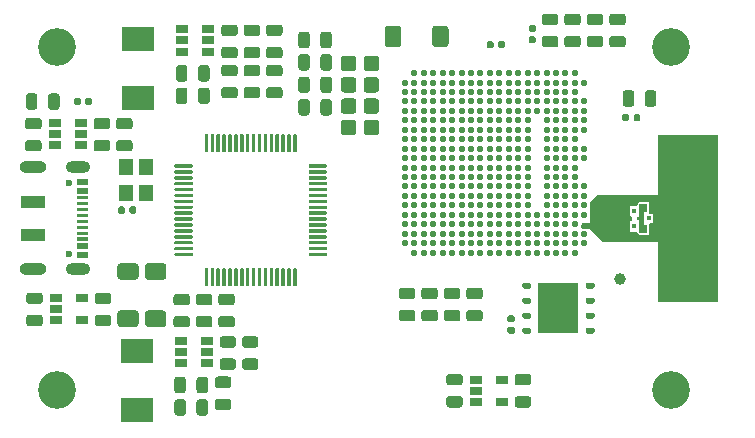
<source format=gbr>
G04 #@! TF.GenerationSoftware,KiCad,Pcbnew,(5.99.0-2267-g4486b0b6d)*
G04 #@! TF.CreationDate,2020-07-12T23:07:06+02:00*
G04 #@! TF.ProjectId,TDR,5444522e-6b69-4636-9164-5f7063625858,A*
G04 #@! TF.SameCoordinates,Original*
G04 #@! TF.FileFunction,Soldermask,Top*
G04 #@! TF.FilePolarity,Negative*
%FSLAX46Y46*%
G04 Gerber Fmt 4.6, Leading zero omitted, Abs format (unit mm)*
G04 Created by KiCad (PCBNEW (5.99.0-2267-g4486b0b6d)) date 2020-07-12 23:07:06*
%MOMM*%
%LPD*%
G01*
G04 APERTURE LIST*
%ADD10C,1.000000*%
%ADD11R,2.000000X1.000000*%
%ADD12O,2.100000X1.000000*%
%ADD13C,0.600000*%
%ADD14O,2.300000X1.000000*%
%ADD15C,0.550000*%
%ADD16R,0.400000X0.450000*%
%ADD17R,1.060000X0.650000*%
%ADD18R,1.200000X1.400000*%
%ADD19R,3.400000X4.300000*%
%ADD20R,2.800000X2.000000*%
%ADD21C,3.200000*%
G04 APERTURE END LIST*
D10*
X158655000Y-86585000D03*
G36*
G01*
X151071666Y-66075000D02*
X151416666Y-66075000D01*
G75*
G02*
X151564166Y-66222500I0J-147500D01*
G01*
X151564166Y-66517500D01*
G75*
G02*
X151416666Y-66665000I-147500J0D01*
G01*
X151071666Y-66665000D01*
G75*
G02*
X150924166Y-66517500I0J147500D01*
G01*
X150924166Y-66222500D01*
G75*
G02*
X151071666Y-66075000I147500J0D01*
G01*
G37*
G36*
G01*
X151071666Y-65105000D02*
X151416666Y-65105000D01*
G75*
G02*
X151564166Y-65252500I0J-147500D01*
G01*
X151564166Y-65547500D01*
G75*
G02*
X151416666Y-65695000I-147500J0D01*
G01*
X151071666Y-65695000D01*
G75*
G02*
X150924166Y-65547500I0J147500D01*
G01*
X150924166Y-65252500D01*
G75*
G02*
X151071666Y-65105000I147500J0D01*
G01*
G37*
G36*
G01*
X132405000Y-71628750D02*
X132405000Y-72541250D01*
G75*
G02*
X132161250Y-72785000I-243750J0D01*
G01*
X131673750Y-72785000D01*
G75*
G02*
X131430000Y-72541250I0J243750D01*
G01*
X131430000Y-71628750D01*
G75*
G02*
X131673750Y-71385000I243750J0D01*
G01*
X132161250Y-71385000D01*
G75*
G02*
X132405000Y-71628750I0J-243750D01*
G01*
G37*
G36*
G01*
X134280000Y-71628750D02*
X134280000Y-72541250D01*
G75*
G02*
X134036250Y-72785000I-243750J0D01*
G01*
X133548750Y-72785000D01*
G75*
G02*
X133305000Y-72541250I0J243750D01*
G01*
X133305000Y-71628750D01*
G75*
G02*
X133548750Y-71385000I243750J0D01*
G01*
X134036250Y-71385000D01*
G75*
G02*
X134280000Y-71628750I0J-243750D01*
G01*
G37*
G36*
G01*
X132405000Y-69728750D02*
X132405000Y-70641250D01*
G75*
G02*
X132161250Y-70885000I-243750J0D01*
G01*
X131673750Y-70885000D01*
G75*
G02*
X131430000Y-70641250I0J243750D01*
G01*
X131430000Y-69728750D01*
G75*
G02*
X131673750Y-69485000I243750J0D01*
G01*
X132161250Y-69485000D01*
G75*
G02*
X132405000Y-69728750I0J-243750D01*
G01*
G37*
G36*
G01*
X134280000Y-69728750D02*
X134280000Y-70641250D01*
G75*
G02*
X134036250Y-70885000I-243750J0D01*
G01*
X133548750Y-70885000D01*
G75*
G02*
X133305000Y-70641250I0J243750D01*
G01*
X133305000Y-69728750D01*
G75*
G02*
X133548750Y-69485000I243750J0D01*
G01*
X134036250Y-69485000D01*
G75*
G02*
X134280000Y-69728750I0J-243750D01*
G01*
G37*
G36*
G01*
X132405000Y-67828750D02*
X132405000Y-68741250D01*
G75*
G02*
X132161250Y-68985000I-243750J0D01*
G01*
X131673750Y-68985000D01*
G75*
G02*
X131430000Y-68741250I0J243750D01*
G01*
X131430000Y-67828750D01*
G75*
G02*
X131673750Y-67585000I243750J0D01*
G01*
X132161250Y-67585000D01*
G75*
G02*
X132405000Y-67828750I0J-243750D01*
G01*
G37*
G36*
G01*
X134280000Y-67828750D02*
X134280000Y-68741250D01*
G75*
G02*
X134036250Y-68985000I-243750J0D01*
G01*
X133548750Y-68985000D01*
G75*
G02*
X133305000Y-68741250I0J243750D01*
G01*
X133305000Y-67828750D01*
G75*
G02*
X133548750Y-67585000I243750J0D01*
G01*
X134036250Y-67585000D01*
G75*
G02*
X134280000Y-67828750I0J-243750D01*
G01*
G37*
G36*
G01*
X132405000Y-65928750D02*
X132405000Y-66841250D01*
G75*
G02*
X132161250Y-67085000I-243750J0D01*
G01*
X131673750Y-67085000D01*
G75*
G02*
X131430000Y-66841250I0J243750D01*
G01*
X131430000Y-65928750D01*
G75*
G02*
X131673750Y-65685000I243750J0D01*
G01*
X132161250Y-65685000D01*
G75*
G02*
X132405000Y-65928750I0J-243750D01*
G01*
G37*
G36*
G01*
X134280000Y-65928750D02*
X134280000Y-66841250D01*
G75*
G02*
X134036250Y-67085000I-243750J0D01*
G01*
X133548750Y-67085000D01*
G75*
G02*
X133305000Y-66841250I0J243750D01*
G01*
X133305000Y-65928750D01*
G75*
G02*
X133548750Y-65685000I243750J0D01*
G01*
X134036250Y-65685000D01*
G75*
G02*
X134280000Y-65928750I0J-243750D01*
G01*
G37*
G36*
G01*
X136955000Y-74185000D02*
X136955000Y-73385000D01*
G75*
G02*
X137205000Y-73135000I250000J0D01*
G01*
X138030000Y-73135000D01*
G75*
G02*
X138280000Y-73385000I0J-250000D01*
G01*
X138280000Y-74185000D01*
G75*
G02*
X138030000Y-74435000I-250000J0D01*
G01*
X137205000Y-74435000D01*
G75*
G02*
X136955000Y-74185000I0J250000D01*
G01*
G37*
G36*
G01*
X135030000Y-74185000D02*
X135030000Y-73385000D01*
G75*
G02*
X135280000Y-73135000I250000J0D01*
G01*
X136105000Y-73135000D01*
G75*
G02*
X136355000Y-73385000I0J-250000D01*
G01*
X136355000Y-74185000D01*
G75*
G02*
X136105000Y-74435000I-250000J0D01*
G01*
X135280000Y-74435000D01*
G75*
G02*
X135030000Y-74185000I0J250000D01*
G01*
G37*
G36*
G01*
X136955000Y-72385000D02*
X136955000Y-71585000D01*
G75*
G02*
X137205000Y-71335000I250000J0D01*
G01*
X138030000Y-71335000D01*
G75*
G02*
X138280000Y-71585000I0J-250000D01*
G01*
X138280000Y-72385000D01*
G75*
G02*
X138030000Y-72635000I-250000J0D01*
G01*
X137205000Y-72635000D01*
G75*
G02*
X136955000Y-72385000I0J250000D01*
G01*
G37*
G36*
G01*
X135030000Y-72385000D02*
X135030000Y-71585000D01*
G75*
G02*
X135280000Y-71335000I250000J0D01*
G01*
X136105000Y-71335000D01*
G75*
G02*
X136355000Y-71585000I0J-250000D01*
G01*
X136355000Y-72385000D01*
G75*
G02*
X136105000Y-72635000I-250000J0D01*
G01*
X135280000Y-72635000D01*
G75*
G02*
X135030000Y-72385000I0J250000D01*
G01*
G37*
G36*
G01*
X136955000Y-70585000D02*
X136955000Y-69785000D01*
G75*
G02*
X137205000Y-69535000I250000J0D01*
G01*
X138030000Y-69535000D01*
G75*
G02*
X138280000Y-69785000I0J-250000D01*
G01*
X138280000Y-70585000D01*
G75*
G02*
X138030000Y-70835000I-250000J0D01*
G01*
X137205000Y-70835000D01*
G75*
G02*
X136955000Y-70585000I0J250000D01*
G01*
G37*
G36*
G01*
X135030000Y-70585000D02*
X135030000Y-69785000D01*
G75*
G02*
X135280000Y-69535000I250000J0D01*
G01*
X136105000Y-69535000D01*
G75*
G02*
X136355000Y-69785000I0J-250000D01*
G01*
X136355000Y-70585000D01*
G75*
G02*
X136105000Y-70835000I-250000J0D01*
G01*
X135280000Y-70835000D01*
G75*
G02*
X135030000Y-70585000I0J250000D01*
G01*
G37*
G36*
G01*
X136955000Y-68785000D02*
X136955000Y-67985000D01*
G75*
G02*
X137205000Y-67735000I250000J0D01*
G01*
X138030000Y-67735000D01*
G75*
G02*
X138280000Y-67985000I0J-250000D01*
G01*
X138280000Y-68785000D01*
G75*
G02*
X138030000Y-69035000I-250000J0D01*
G01*
X137205000Y-69035000D01*
G75*
G02*
X136955000Y-68785000I0J250000D01*
G01*
G37*
G36*
G01*
X135030000Y-68785000D02*
X135030000Y-67985000D01*
G75*
G02*
X135280000Y-67735000I250000J0D01*
G01*
X136105000Y-67735000D01*
G75*
G02*
X136355000Y-67985000I0J-250000D01*
G01*
X136355000Y-68785000D01*
G75*
G02*
X136105000Y-69035000I-250000J0D01*
G01*
X135280000Y-69035000D01*
G75*
G02*
X135030000Y-68785000I0J250000D01*
G01*
G37*
G36*
X166850000Y-82400001D02*
G01*
X166908779Y-82419099D01*
X166950000Y-82500001D01*
X166949999Y-88500000D01*
X166930901Y-88558779D01*
X166849999Y-88600000D01*
X162000000Y-88599999D01*
X161941221Y-88580901D01*
X161900000Y-88499999D01*
X161900001Y-82500000D01*
X161919099Y-82441221D01*
X162000001Y-82400000D01*
X166850000Y-82400001D01*
G37*
G36*
X166850000Y-74400001D02*
G01*
X166908779Y-74419099D01*
X166950000Y-74500001D01*
X166949999Y-80500000D01*
X166930901Y-80558779D01*
X166849999Y-80600000D01*
X162000000Y-80599999D01*
X161941221Y-80580901D01*
X161900000Y-80499999D01*
X161900001Y-74500000D01*
X161919099Y-74441221D01*
X162000001Y-74400000D01*
X166850000Y-74400001D01*
G37*
G36*
G01*
X162057143Y-81225000D02*
X166792857Y-81225000D01*
G75*
G02*
X166950000Y-81382143I0J-157143D01*
G01*
X166950000Y-81617857D01*
G75*
G02*
X166792857Y-81775000I-157143J0D01*
G01*
X162057143Y-81775000D01*
G75*
G02*
X161900000Y-81617857I0J157143D01*
G01*
X161900000Y-81382143D01*
G75*
G02*
X162057143Y-81225000I157143J0D01*
G01*
G37*
D11*
X108955000Y-82885000D03*
X108955000Y-80085000D03*
G36*
G01*
X112707000Y-84325000D02*
X113603000Y-84325000D01*
G75*
G02*
X113655000Y-84377000I0J-52000D01*
G01*
X113655000Y-84793000D01*
G75*
G02*
X113603000Y-84845000I-52000J0D01*
G01*
X112707000Y-84845000D01*
G75*
G02*
X112655000Y-84793000I0J52000D01*
G01*
X112655000Y-84377000D01*
G75*
G02*
X112707000Y-84325000I52000J0D01*
G01*
G37*
G36*
G01*
X112707000Y-83575000D02*
X113603000Y-83575000D01*
G75*
G02*
X113655000Y-83627000I0J-52000D01*
G01*
X113655000Y-84043000D01*
G75*
G02*
X113603000Y-84095000I-52000J0D01*
G01*
X112707000Y-84095000D01*
G75*
G02*
X112655000Y-84043000I0J52000D01*
G01*
X112655000Y-83627000D01*
G75*
G02*
X112707000Y-83575000I52000J0D01*
G01*
G37*
G36*
G01*
X112707000Y-78875000D02*
X113603000Y-78875000D01*
G75*
G02*
X113655000Y-78927000I0J-52000D01*
G01*
X113655000Y-79343000D01*
G75*
G02*
X113603000Y-79395000I-52000J0D01*
G01*
X112707000Y-79395000D01*
G75*
G02*
X112655000Y-79343000I0J52000D01*
G01*
X112655000Y-78927000D01*
G75*
G02*
X112707000Y-78875000I52000J0D01*
G01*
G37*
G36*
G01*
X112707000Y-78125000D02*
X113603000Y-78125000D01*
G75*
G02*
X113655000Y-78177000I0J-52000D01*
G01*
X113655000Y-78593000D01*
G75*
G02*
X113603000Y-78645000I-52000J0D01*
G01*
X112707000Y-78645000D01*
G75*
G02*
X112655000Y-78593000I0J52000D01*
G01*
X112655000Y-78177000D01*
G75*
G02*
X112707000Y-78125000I52000J0D01*
G01*
G37*
G36*
G01*
X112707000Y-78125000D02*
X113603000Y-78125000D01*
G75*
G02*
X113655000Y-78177000I0J-52000D01*
G01*
X113655000Y-78593000D01*
G75*
G02*
X113603000Y-78645000I-52000J0D01*
G01*
X112707000Y-78645000D01*
G75*
G02*
X112655000Y-78593000I0J52000D01*
G01*
X112655000Y-78177000D01*
G75*
G02*
X112707000Y-78125000I52000J0D01*
G01*
G37*
G36*
G01*
X112707000Y-78875000D02*
X113603000Y-78875000D01*
G75*
G02*
X113655000Y-78927000I0J-52000D01*
G01*
X113655000Y-79343000D01*
G75*
G02*
X113603000Y-79395000I-52000J0D01*
G01*
X112707000Y-79395000D01*
G75*
G02*
X112655000Y-79343000I0J52000D01*
G01*
X112655000Y-78927000D01*
G75*
G02*
X112707000Y-78875000I52000J0D01*
G01*
G37*
G36*
G01*
X112707000Y-83575000D02*
X113603000Y-83575000D01*
G75*
G02*
X113655000Y-83627000I0J-52000D01*
G01*
X113655000Y-84043000D01*
G75*
G02*
X113603000Y-84095000I-52000J0D01*
G01*
X112707000Y-84095000D01*
G75*
G02*
X112655000Y-84043000I0J52000D01*
G01*
X112655000Y-83627000D01*
G75*
G02*
X112707000Y-83575000I52000J0D01*
G01*
G37*
G36*
G01*
X112707000Y-84325000D02*
X113603000Y-84325000D01*
G75*
G02*
X113655000Y-84377000I0J-52000D01*
G01*
X113655000Y-84793000D01*
G75*
G02*
X113603000Y-84845000I-52000J0D01*
G01*
X112707000Y-84845000D01*
G75*
G02*
X112655000Y-84793000I0J52000D01*
G01*
X112655000Y-84377000D01*
G75*
G02*
X112707000Y-84325000I52000J0D01*
G01*
G37*
G36*
G01*
X112682000Y-79600000D02*
X113628000Y-79600000D01*
G75*
G02*
X113655000Y-79627000I0J-27000D01*
G01*
X113655000Y-79843000D01*
G75*
G02*
X113628000Y-79870000I-27000J0D01*
G01*
X112682000Y-79870000D01*
G75*
G02*
X112655000Y-79843000I0J27000D01*
G01*
X112655000Y-79627000D01*
G75*
G02*
X112682000Y-79600000I27000J0D01*
G01*
G37*
G36*
G01*
X112682000Y-80100000D02*
X113628000Y-80100000D01*
G75*
G02*
X113655000Y-80127000I0J-27000D01*
G01*
X113655000Y-80343000D01*
G75*
G02*
X113628000Y-80370000I-27000J0D01*
G01*
X112682000Y-80370000D01*
G75*
G02*
X112655000Y-80343000I0J27000D01*
G01*
X112655000Y-80127000D01*
G75*
G02*
X112682000Y-80100000I27000J0D01*
G01*
G37*
G36*
G01*
X112682000Y-80600000D02*
X113628000Y-80600000D01*
G75*
G02*
X113655000Y-80627000I0J-27000D01*
G01*
X113655000Y-80843000D01*
G75*
G02*
X113628000Y-80870000I-27000J0D01*
G01*
X112682000Y-80870000D01*
G75*
G02*
X112655000Y-80843000I0J27000D01*
G01*
X112655000Y-80627000D01*
G75*
G02*
X112682000Y-80600000I27000J0D01*
G01*
G37*
G36*
G01*
X112682000Y-81600000D02*
X113628000Y-81600000D01*
G75*
G02*
X113655000Y-81627000I0J-27000D01*
G01*
X113655000Y-81843000D01*
G75*
G02*
X113628000Y-81870000I-27000J0D01*
G01*
X112682000Y-81870000D01*
G75*
G02*
X112655000Y-81843000I0J27000D01*
G01*
X112655000Y-81627000D01*
G75*
G02*
X112682000Y-81600000I27000J0D01*
G01*
G37*
G36*
G01*
X112682000Y-82100000D02*
X113628000Y-82100000D01*
G75*
G02*
X113655000Y-82127000I0J-27000D01*
G01*
X113655000Y-82343000D01*
G75*
G02*
X113628000Y-82370000I-27000J0D01*
G01*
X112682000Y-82370000D01*
G75*
G02*
X112655000Y-82343000I0J27000D01*
G01*
X112655000Y-82127000D01*
G75*
G02*
X112682000Y-82100000I27000J0D01*
G01*
G37*
G36*
G01*
X112682000Y-82600000D02*
X113628000Y-82600000D01*
G75*
G02*
X113655000Y-82627000I0J-27000D01*
G01*
X113655000Y-82843000D01*
G75*
G02*
X113628000Y-82870000I-27000J0D01*
G01*
X112682000Y-82870000D01*
G75*
G02*
X112655000Y-82843000I0J27000D01*
G01*
X112655000Y-82627000D01*
G75*
G02*
X112682000Y-82600000I27000J0D01*
G01*
G37*
G36*
G01*
X112682000Y-83100000D02*
X113628000Y-83100000D01*
G75*
G02*
X113655000Y-83127000I0J-27000D01*
G01*
X113655000Y-83343000D01*
G75*
G02*
X113628000Y-83370000I-27000J0D01*
G01*
X112682000Y-83370000D01*
G75*
G02*
X112655000Y-83343000I0J27000D01*
G01*
X112655000Y-83127000D01*
G75*
G02*
X112682000Y-83100000I27000J0D01*
G01*
G37*
G36*
G01*
X112682000Y-81100000D02*
X113628000Y-81100000D01*
G75*
G02*
X113655000Y-81127000I0J-27000D01*
G01*
X113655000Y-81343000D01*
G75*
G02*
X113628000Y-81370000I-27000J0D01*
G01*
X112682000Y-81370000D01*
G75*
G02*
X112655000Y-81343000I0J27000D01*
G01*
X112655000Y-81127000D01*
G75*
G02*
X112682000Y-81100000I27000J0D01*
G01*
G37*
D12*
X112780000Y-85805000D03*
X112780000Y-77165000D03*
D13*
X112055000Y-78485000D03*
D14*
X108955000Y-77165000D03*
D13*
X112055000Y-84485000D03*
D14*
X108955000Y-85805000D03*
D15*
X155655000Y-69985000D03*
X155655000Y-71585000D03*
X155655000Y-72385000D03*
X155655000Y-73185000D03*
X155655000Y-73985000D03*
X155655000Y-75585000D03*
X155655000Y-76385000D03*
X155655000Y-78785000D03*
X155655000Y-79585000D03*
X155655000Y-80385000D03*
X155655000Y-81185000D03*
X155655000Y-82785000D03*
X155655000Y-83585000D03*
X154855000Y-69185000D03*
X154855000Y-69985000D03*
X154855000Y-70785000D03*
X154855000Y-71585000D03*
X154855000Y-72385000D03*
X154855000Y-73185000D03*
X154855000Y-73985000D03*
X154855000Y-74785000D03*
X154855000Y-75585000D03*
X154855000Y-76385000D03*
X154855000Y-77185000D03*
X154855000Y-77985000D03*
X154855000Y-78785000D03*
X154855000Y-79585000D03*
X154855000Y-80385000D03*
X154855000Y-81185000D03*
X154855000Y-81985000D03*
X154855000Y-82785000D03*
X154855000Y-83585000D03*
X154855000Y-84385000D03*
X154055000Y-69185000D03*
X154055000Y-69985000D03*
X154055000Y-70785000D03*
X154055000Y-71585000D03*
X154055000Y-72385000D03*
X154055000Y-73185000D03*
X154055000Y-73985000D03*
X154055000Y-74785000D03*
X154055000Y-75585000D03*
X154055000Y-76385000D03*
X154055000Y-77185000D03*
X154055000Y-77985000D03*
X154055000Y-78785000D03*
X154055000Y-79585000D03*
X154055000Y-80385000D03*
X154055000Y-81185000D03*
X154055000Y-81985000D03*
X154055000Y-82785000D03*
X154055000Y-83585000D03*
X154055000Y-84385000D03*
X153255000Y-69185000D03*
X153255000Y-69985000D03*
X153255000Y-70785000D03*
X153255000Y-71585000D03*
X153255000Y-72385000D03*
X153255000Y-73185000D03*
X153255000Y-73985000D03*
X153255000Y-74785000D03*
X153255000Y-75585000D03*
X153255000Y-76385000D03*
X153255000Y-77185000D03*
X153255000Y-77985000D03*
X153255000Y-78785000D03*
X153255000Y-79585000D03*
X153255000Y-80385000D03*
X153255000Y-81185000D03*
X153255000Y-81985000D03*
X153255000Y-82785000D03*
X153255000Y-83585000D03*
X153255000Y-84385000D03*
X152455000Y-69185000D03*
X152455000Y-69985000D03*
X152455000Y-70785000D03*
X152455000Y-71585000D03*
X152455000Y-72385000D03*
X152455000Y-73185000D03*
X152455000Y-73985000D03*
X152455000Y-74785000D03*
X152455000Y-75585000D03*
X152455000Y-76385000D03*
X152455000Y-77185000D03*
X152455000Y-77985000D03*
X152455000Y-78785000D03*
X152455000Y-79585000D03*
X152455000Y-80385000D03*
X152455000Y-81185000D03*
X152455000Y-81985000D03*
X152455000Y-82785000D03*
X152455000Y-83585000D03*
X152455000Y-84385000D03*
X151655000Y-69185000D03*
X151655000Y-69985000D03*
X151655000Y-70785000D03*
X151655000Y-71585000D03*
X151655000Y-72385000D03*
X151655000Y-81185000D03*
X151655000Y-81985000D03*
X151655000Y-82785000D03*
X151655000Y-83585000D03*
X151655000Y-84385000D03*
X150855000Y-69185000D03*
X150855000Y-69985000D03*
X150855000Y-70785000D03*
X150855000Y-71585000D03*
X150855000Y-72385000D03*
X150855000Y-73185000D03*
X150855000Y-73985000D03*
X150855000Y-74785000D03*
X150855000Y-75585000D03*
X150855000Y-76385000D03*
X150855000Y-77185000D03*
X150855000Y-77985000D03*
X150855000Y-78785000D03*
X150855000Y-79585000D03*
X150855000Y-80385000D03*
X150855000Y-81185000D03*
X150855000Y-81985000D03*
X150855000Y-82785000D03*
X150855000Y-83585000D03*
X150855000Y-84385000D03*
X150055000Y-69185000D03*
X150055000Y-69985000D03*
X150055000Y-70785000D03*
X150055000Y-71585000D03*
X150055000Y-72385000D03*
X150055000Y-73185000D03*
X150055000Y-73985000D03*
X150055000Y-74785000D03*
X150055000Y-75585000D03*
X150055000Y-76385000D03*
X150055000Y-77185000D03*
X150055000Y-77985000D03*
X150055000Y-78785000D03*
X150055000Y-79585000D03*
X150055000Y-80385000D03*
X150055000Y-81185000D03*
X150055000Y-81985000D03*
X150055000Y-82785000D03*
X150055000Y-83585000D03*
X150055000Y-84385000D03*
X149255000Y-69185000D03*
X149255000Y-69985000D03*
X149255000Y-70785000D03*
X149255000Y-71585000D03*
X149255000Y-72385000D03*
X149255000Y-73185000D03*
X149255000Y-73985000D03*
X149255000Y-74785000D03*
X149255000Y-75585000D03*
X149255000Y-76385000D03*
X149255000Y-77185000D03*
X149255000Y-77985000D03*
X149255000Y-78785000D03*
X149255000Y-79585000D03*
X149255000Y-80385000D03*
X149255000Y-81185000D03*
X149255000Y-81985000D03*
X149255000Y-82785000D03*
X149255000Y-83585000D03*
X149255000Y-84385000D03*
X148455000Y-69185000D03*
X148455000Y-69985000D03*
X148455000Y-70785000D03*
X148455000Y-71585000D03*
X148455000Y-72385000D03*
X148455000Y-73185000D03*
X148455000Y-73985000D03*
X148455000Y-74785000D03*
X148455000Y-75585000D03*
X148455000Y-76385000D03*
X148455000Y-77185000D03*
X148455000Y-77985000D03*
X148455000Y-78785000D03*
X148455000Y-79585000D03*
X148455000Y-80385000D03*
X148455000Y-81185000D03*
X148455000Y-81985000D03*
X148455000Y-82785000D03*
X148455000Y-83585000D03*
X148455000Y-84385000D03*
X147655000Y-69185000D03*
X147655000Y-69985000D03*
X147655000Y-70785000D03*
X147655000Y-71585000D03*
X147655000Y-72385000D03*
X147655000Y-73185000D03*
X147655000Y-73985000D03*
X147655000Y-74785000D03*
X147655000Y-75585000D03*
X147655000Y-76385000D03*
X147655000Y-77185000D03*
X147655000Y-77985000D03*
X147655000Y-78785000D03*
X147655000Y-79585000D03*
X147655000Y-80385000D03*
X147655000Y-81185000D03*
X147655000Y-81985000D03*
X147655000Y-82785000D03*
X147655000Y-83585000D03*
X147655000Y-84385000D03*
X146855000Y-69185000D03*
X146855000Y-69985000D03*
X146855000Y-70785000D03*
X146855000Y-71585000D03*
X146855000Y-72385000D03*
X146855000Y-73185000D03*
X146855000Y-73985000D03*
X146855000Y-74785000D03*
X146855000Y-75585000D03*
X146855000Y-76385000D03*
X146855000Y-77185000D03*
X146855000Y-77985000D03*
X146855000Y-78785000D03*
X146855000Y-79585000D03*
X146855000Y-80385000D03*
X146855000Y-81185000D03*
X146855000Y-81985000D03*
X146855000Y-82785000D03*
X146855000Y-83585000D03*
X146855000Y-84385000D03*
X146055000Y-69185000D03*
X146055000Y-69985000D03*
X146055000Y-70785000D03*
X146055000Y-71585000D03*
X146055000Y-72385000D03*
X146055000Y-73185000D03*
X146055000Y-73985000D03*
X146055000Y-74785000D03*
X146055000Y-75585000D03*
X146055000Y-76385000D03*
X146055000Y-77185000D03*
X146055000Y-77985000D03*
X146055000Y-78785000D03*
X146055000Y-79585000D03*
X146055000Y-80385000D03*
X146055000Y-81185000D03*
X146055000Y-81985000D03*
X146055000Y-82785000D03*
X146055000Y-83585000D03*
X146055000Y-84385000D03*
X145255000Y-69185000D03*
X145255000Y-69985000D03*
X145255000Y-70785000D03*
X145255000Y-71585000D03*
X145255000Y-72385000D03*
X145255000Y-73185000D03*
X145255000Y-73985000D03*
X145255000Y-74785000D03*
X145255000Y-75585000D03*
X145255000Y-76385000D03*
X145255000Y-77185000D03*
X145255000Y-77985000D03*
X145255000Y-78785000D03*
X145255000Y-79585000D03*
X145255000Y-80385000D03*
X145255000Y-81185000D03*
X145255000Y-81985000D03*
X145255000Y-82785000D03*
X145255000Y-83585000D03*
X145255000Y-84385000D03*
X144455000Y-69185000D03*
X144455000Y-69985000D03*
X144455000Y-70785000D03*
X144455000Y-71585000D03*
X144455000Y-72385000D03*
X144455000Y-73185000D03*
X144455000Y-73985000D03*
X144455000Y-74785000D03*
X144455000Y-75585000D03*
X144455000Y-76385000D03*
X144455000Y-77185000D03*
X144455000Y-77985000D03*
X144455000Y-78785000D03*
X144455000Y-79585000D03*
X144455000Y-80385000D03*
X144455000Y-81185000D03*
X144455000Y-81985000D03*
X144455000Y-82785000D03*
X144455000Y-83585000D03*
X144455000Y-84385000D03*
X143655000Y-69185000D03*
X143655000Y-69985000D03*
X143655000Y-70785000D03*
X143655000Y-71585000D03*
X143655000Y-72385000D03*
X143655000Y-73185000D03*
X143655000Y-73985000D03*
X143655000Y-74785000D03*
X143655000Y-75585000D03*
X143655000Y-76385000D03*
X143655000Y-77185000D03*
X143655000Y-77985000D03*
X143655000Y-78785000D03*
X143655000Y-79585000D03*
X143655000Y-80385000D03*
X143655000Y-81185000D03*
X143655000Y-81985000D03*
X143655000Y-82785000D03*
X143655000Y-83585000D03*
X143655000Y-84385000D03*
X142855000Y-69185000D03*
X142855000Y-69985000D03*
X142855000Y-70785000D03*
X142855000Y-71585000D03*
X142855000Y-72385000D03*
X142855000Y-73185000D03*
X142855000Y-73985000D03*
X142855000Y-74785000D03*
X142855000Y-75585000D03*
X142855000Y-76385000D03*
X142855000Y-77185000D03*
X142855000Y-77985000D03*
X142855000Y-78785000D03*
X142855000Y-79585000D03*
X142855000Y-80385000D03*
X142855000Y-81185000D03*
X142855000Y-81985000D03*
X142855000Y-82785000D03*
X142855000Y-83585000D03*
X142855000Y-84385000D03*
X142055000Y-69185000D03*
X142055000Y-69985000D03*
X142055000Y-70785000D03*
X142055000Y-71585000D03*
X142055000Y-72385000D03*
X142055000Y-73185000D03*
X142055000Y-73985000D03*
X142055000Y-74785000D03*
X142055000Y-75585000D03*
X142055000Y-76385000D03*
X142055000Y-77185000D03*
X142055000Y-77985000D03*
X142055000Y-78785000D03*
X142055000Y-79585000D03*
X142055000Y-80385000D03*
X142055000Y-81185000D03*
X142055000Y-81985000D03*
X142055000Y-82785000D03*
X142055000Y-83585000D03*
X142055000Y-84385000D03*
X141255000Y-69185000D03*
X141255000Y-69985000D03*
X141255000Y-70785000D03*
X141255000Y-71585000D03*
X141255000Y-72385000D03*
X141255000Y-73185000D03*
X141255000Y-73985000D03*
X141255000Y-74785000D03*
X141255000Y-75585000D03*
X141255000Y-76385000D03*
X141255000Y-77185000D03*
X141255000Y-77985000D03*
X141255000Y-78785000D03*
X141255000Y-79585000D03*
X141255000Y-80385000D03*
X141255000Y-81185000D03*
X141255000Y-81985000D03*
X141255000Y-82785000D03*
X141255000Y-83585000D03*
X141255000Y-84385000D03*
X140455000Y-69985000D03*
X140455000Y-70785000D03*
X140455000Y-71585000D03*
X140455000Y-72385000D03*
X140455000Y-73185000D03*
X140455000Y-73985000D03*
X140455000Y-74785000D03*
X140455000Y-75585000D03*
X140455000Y-76385000D03*
X140455000Y-77185000D03*
X140455000Y-77985000D03*
X140455000Y-78785000D03*
X140455000Y-79585000D03*
X140455000Y-80385000D03*
X140455000Y-81185000D03*
X140455000Y-81985000D03*
X140455000Y-82785000D03*
X140455000Y-83585000D03*
G36*
G01*
X158690000Y-80972500D02*
X158690000Y-80627500D01*
G75*
G02*
X158837500Y-80480000I147500J0D01*
G01*
X159132500Y-80480000D01*
G75*
G02*
X159280000Y-80627500I0J-147500D01*
G01*
X159280000Y-80972500D01*
G75*
G02*
X159132500Y-81120000I-147500J0D01*
G01*
X158837500Y-81120000D01*
G75*
G02*
X158690000Y-80972500I0J147500D01*
G01*
G37*
G36*
G01*
X157720000Y-80972500D02*
X157720000Y-80627500D01*
G75*
G02*
X157867500Y-80480000I147500J0D01*
G01*
X158162500Y-80480000D01*
G75*
G02*
X158310000Y-80627500I0J-147500D01*
G01*
X158310000Y-80972500D01*
G75*
G02*
X158162500Y-81120000I-147500J0D01*
G01*
X157867500Y-81120000D01*
G75*
G02*
X157720000Y-80972500I0J147500D01*
G01*
G37*
G36*
G01*
X158911250Y-65135000D02*
X157998750Y-65135000D01*
G75*
G02*
X157755000Y-64891250I0J243750D01*
G01*
X157755000Y-64403750D01*
G75*
G02*
X157998750Y-64160000I243750J0D01*
G01*
X158911250Y-64160000D01*
G75*
G02*
X159155000Y-64403750I0J-243750D01*
G01*
X159155000Y-64891250D01*
G75*
G02*
X158911250Y-65135000I-243750J0D01*
G01*
G37*
G36*
G01*
X158911250Y-67010000D02*
X157998750Y-67010000D01*
G75*
G02*
X157755000Y-66766250I0J243750D01*
G01*
X157755000Y-66278750D01*
G75*
G02*
X157998750Y-66035000I243750J0D01*
G01*
X158911250Y-66035000D01*
G75*
G02*
X159155000Y-66278750I0J-243750D01*
G01*
X159155000Y-66766250D01*
G75*
G02*
X158911250Y-67010000I-243750J0D01*
G01*
G37*
G36*
G01*
X157011250Y-65135000D02*
X156098750Y-65135000D01*
G75*
G02*
X155855000Y-64891250I0J243750D01*
G01*
X155855000Y-64403750D01*
G75*
G02*
X156098750Y-64160000I243750J0D01*
G01*
X157011250Y-64160000D01*
G75*
G02*
X157255000Y-64403750I0J-243750D01*
G01*
X157255000Y-64891250D01*
G75*
G02*
X157011250Y-65135000I-243750J0D01*
G01*
G37*
G36*
G01*
X157011250Y-67010000D02*
X156098750Y-67010000D01*
G75*
G02*
X155855000Y-66766250I0J243750D01*
G01*
X155855000Y-66278750D01*
G75*
G02*
X156098750Y-66035000I243750J0D01*
G01*
X157011250Y-66035000D01*
G75*
G02*
X157255000Y-66278750I0J-243750D01*
G01*
X157255000Y-66766250D01*
G75*
G02*
X157011250Y-67010000I-243750J0D01*
G01*
G37*
G36*
G01*
X153211250Y-65135000D02*
X152298750Y-65135000D01*
G75*
G02*
X152055000Y-64891250I0J243750D01*
G01*
X152055000Y-64403750D01*
G75*
G02*
X152298750Y-64160000I243750J0D01*
G01*
X153211250Y-64160000D01*
G75*
G02*
X153455000Y-64403750I0J-243750D01*
G01*
X153455000Y-64891250D01*
G75*
G02*
X153211250Y-65135000I-243750J0D01*
G01*
G37*
G36*
G01*
X153211250Y-67010000D02*
X152298750Y-67010000D01*
G75*
G02*
X152055000Y-66766250I0J243750D01*
G01*
X152055000Y-66278750D01*
G75*
G02*
X152298750Y-66035000I243750J0D01*
G01*
X153211250Y-66035000D01*
G75*
G02*
X153455000Y-66278750I0J-243750D01*
G01*
X153455000Y-66766250D01*
G75*
G02*
X153211250Y-67010000I-243750J0D01*
G01*
G37*
G36*
G01*
X155111250Y-65135000D02*
X154198750Y-65135000D01*
G75*
G02*
X153955000Y-64891250I0J243750D01*
G01*
X153955000Y-64403750D01*
G75*
G02*
X154198750Y-64160000I243750J0D01*
G01*
X155111250Y-64160000D01*
G75*
G02*
X155355000Y-64403750I0J-243750D01*
G01*
X155355000Y-64891250D01*
G75*
G02*
X155111250Y-65135000I-243750J0D01*
G01*
G37*
G36*
G01*
X155111250Y-67010000D02*
X154198750Y-67010000D01*
G75*
G02*
X153955000Y-66766250I0J243750D01*
G01*
X153955000Y-66278750D01*
G75*
G02*
X154198750Y-66035000I243750J0D01*
G01*
X155111250Y-66035000D01*
G75*
G02*
X155355000Y-66278750I0J-243750D01*
G01*
X155355000Y-66766250D01*
G75*
G02*
X155111250Y-67010000I-243750J0D01*
G01*
G37*
G36*
G01*
X140155000Y-65434999D02*
X140155000Y-66735001D01*
G75*
G02*
X139905001Y-66985000I-249999J0D01*
G01*
X139004999Y-66985000D01*
G75*
G02*
X138755000Y-66735001I0J249999D01*
G01*
X138755000Y-65434999D01*
G75*
G02*
X139004999Y-65185000I249999J0D01*
G01*
X139905001Y-65185000D01*
G75*
G02*
X140155000Y-65434999I0J-249999D01*
G01*
G37*
G36*
G01*
X144155000Y-65434999D02*
X144155000Y-66735001D01*
G75*
G02*
X143905001Y-66985000I-249999J0D01*
G01*
X143004999Y-66985000D01*
G75*
G02*
X142755000Y-66735001I0J249999D01*
G01*
X142755000Y-65434999D01*
G75*
G02*
X143004999Y-65185000I249999J0D01*
G01*
X143905001Y-65185000D01*
G75*
G02*
X144155000Y-65434999I0J-249999D01*
G01*
G37*
G36*
G01*
X148345000Y-66957500D02*
X148345000Y-66612500D01*
G75*
G02*
X148492500Y-66465000I147500J0D01*
G01*
X148787500Y-66465000D01*
G75*
G02*
X148935000Y-66612500I0J-147500D01*
G01*
X148935000Y-66957500D01*
G75*
G02*
X148787500Y-67105000I-147500J0D01*
G01*
X148492500Y-67105000D01*
G75*
G02*
X148345000Y-66957500I0J147500D01*
G01*
G37*
G36*
G01*
X147375000Y-66957500D02*
X147375000Y-66612500D01*
G75*
G02*
X147522500Y-66465000I147500J0D01*
G01*
X147817500Y-66465000D01*
G75*
G02*
X147965000Y-66612500I0J-147500D01*
G01*
X147965000Y-66957500D01*
G75*
G02*
X147817500Y-67105000I-147500J0D01*
G01*
X147522500Y-67105000D01*
G75*
G02*
X147375000Y-66957500I0J147500D01*
G01*
G37*
G36*
X160920000Y-80968773D02*
G01*
X160670000Y-80968772D01*
X160669999Y-82018772D01*
X160919999Y-82018772D01*
X160919999Y-82693772D01*
X160320000Y-82693772D01*
X160320000Y-81643771D01*
X160070000Y-81643771D01*
X160070000Y-81343772D01*
X160320001Y-81343772D01*
X160320001Y-80293772D01*
X160920000Y-80293772D01*
X160920000Y-80968773D01*
G37*
D16*
X159870000Y-82143772D03*
X159870000Y-80843772D03*
X161120000Y-81493772D03*
G36*
G01*
X113010000Y-71427500D02*
X113010000Y-71772500D01*
G75*
G02*
X112862500Y-71920000I-147500J0D01*
G01*
X112567500Y-71920000D01*
G75*
G02*
X112420000Y-71772500I0J147500D01*
G01*
X112420000Y-71427500D01*
G75*
G02*
X112567500Y-71280000I147500J0D01*
G01*
X112862500Y-71280000D01*
G75*
G02*
X113010000Y-71427500I0J-147500D01*
G01*
G37*
G36*
G01*
X113980000Y-71427500D02*
X113980000Y-71772500D01*
G75*
G02*
X113832500Y-71920000I-147500J0D01*
G01*
X113537500Y-71920000D01*
G75*
G02*
X113390000Y-71772500I0J147500D01*
G01*
X113390000Y-71427500D01*
G75*
G02*
X113537500Y-71280000I147500J0D01*
G01*
X113832500Y-71280000D01*
G75*
G02*
X113980000Y-71427500I0J-147500D01*
G01*
G37*
G36*
G01*
X159815000Y-73122500D02*
X159815000Y-72777500D01*
G75*
G02*
X159962500Y-72630000I147500J0D01*
G01*
X160257500Y-72630000D01*
G75*
G02*
X160405000Y-72777500I0J-147500D01*
G01*
X160405000Y-73122500D01*
G75*
G02*
X160257500Y-73270000I-147500J0D01*
G01*
X159962500Y-73270000D01*
G75*
G02*
X159815000Y-73122500I0J147500D01*
G01*
G37*
G36*
G01*
X158845000Y-73122500D02*
X158845000Y-72777500D01*
G75*
G02*
X158992500Y-72630000I147500J0D01*
G01*
X159287500Y-72630000D01*
G75*
G02*
X159435000Y-72777500I0J-147500D01*
G01*
X159435000Y-73122500D01*
G75*
G02*
X159287500Y-73270000I-147500J0D01*
G01*
X158992500Y-73270000D01*
G75*
G02*
X158845000Y-73122500I0J147500D01*
G01*
G37*
G36*
G01*
X116760000Y-80612500D02*
X116760000Y-80957500D01*
G75*
G02*
X116612500Y-81105000I-147500J0D01*
G01*
X116317500Y-81105000D01*
G75*
G02*
X116170000Y-80957500I0J147500D01*
G01*
X116170000Y-80612500D01*
G75*
G02*
X116317500Y-80465000I147500J0D01*
G01*
X116612500Y-80465000D01*
G75*
G02*
X116760000Y-80612500I0J-147500D01*
G01*
G37*
G36*
G01*
X117730000Y-80612500D02*
X117730000Y-80957500D01*
G75*
G02*
X117582500Y-81105000I-147500J0D01*
G01*
X117287500Y-81105000D01*
G75*
G02*
X117140000Y-80957500I0J147500D01*
G01*
X117140000Y-80612500D01*
G75*
G02*
X117287500Y-80465000I147500J0D01*
G01*
X117582500Y-80465000D01*
G75*
G02*
X117730000Y-80612500I0J-147500D01*
G01*
G37*
D17*
X113100000Y-88200000D03*
X113100000Y-90100000D03*
X110900000Y-90100000D03*
X110900000Y-89150000D03*
X110900000Y-88200000D03*
X113000000Y-74350000D03*
X113000000Y-73400000D03*
X113000000Y-75300000D03*
X110800000Y-75300000D03*
X110800000Y-74350000D03*
X110800000Y-73400000D03*
G36*
G01*
X120005001Y-86685000D02*
X118704999Y-86685000D01*
G75*
G02*
X118455000Y-86435001I0J249999D01*
G01*
X118455000Y-85534999D01*
G75*
G02*
X118704999Y-85285000I249999J0D01*
G01*
X120005001Y-85285000D01*
G75*
G02*
X120255000Y-85534999I0J-249999D01*
G01*
X120255000Y-86435001D01*
G75*
G02*
X120005001Y-86685000I-249999J0D01*
G01*
G37*
G36*
G01*
X120005001Y-90685000D02*
X118704999Y-90685000D01*
G75*
G02*
X118455000Y-90435001I0J249999D01*
G01*
X118455000Y-89534999D01*
G75*
G02*
X118704999Y-89285000I249999J0D01*
G01*
X120005001Y-89285000D01*
G75*
G02*
X120255000Y-89534999I0J-249999D01*
G01*
X120255000Y-90435001D01*
G75*
G02*
X120005001Y-90685000I-249999J0D01*
G01*
G37*
G36*
G01*
X117666170Y-86685000D02*
X116366168Y-86685000D01*
G75*
G02*
X116116169Y-86435001I0J249999D01*
G01*
X116116169Y-85534999D01*
G75*
G02*
X116366168Y-85285000I249999J0D01*
G01*
X117666170Y-85285000D01*
G75*
G02*
X117916169Y-85534999I0J-249999D01*
G01*
X117916169Y-86435001D01*
G75*
G02*
X117666170Y-86685000I-249999J0D01*
G01*
G37*
G36*
G01*
X117666170Y-90685000D02*
X116366168Y-90685000D01*
G75*
G02*
X116116169Y-90435001I0J249999D01*
G01*
X116116169Y-89534999D01*
G75*
G02*
X116366168Y-89285000I249999J0D01*
G01*
X117666170Y-89285000D01*
G75*
G02*
X117916169Y-89534999I0J-249999D01*
G01*
X117916169Y-90435001D01*
G75*
G02*
X117666170Y-90685000I-249999J0D01*
G01*
G37*
G36*
G01*
X114443750Y-89650000D02*
X115356250Y-89650000D01*
G75*
G02*
X115600000Y-89893750I0J-243750D01*
G01*
X115600000Y-90381250D01*
G75*
G02*
X115356250Y-90625000I-243750J0D01*
G01*
X114443750Y-90625000D01*
G75*
G02*
X114200000Y-90381250I0J243750D01*
G01*
X114200000Y-89893750D01*
G75*
G02*
X114443750Y-89650000I243750J0D01*
G01*
G37*
G36*
G01*
X114443750Y-87775000D02*
X115356250Y-87775000D01*
G75*
G02*
X115600000Y-88018750I0J-243750D01*
G01*
X115600000Y-88506250D01*
G75*
G02*
X115356250Y-88750000I-243750J0D01*
G01*
X114443750Y-88750000D01*
G75*
G02*
X114200000Y-88506250I0J243750D01*
G01*
X114200000Y-88018750D01*
G75*
G02*
X114443750Y-87775000I243750J0D01*
G01*
G37*
G36*
G01*
X108643750Y-89650000D02*
X109556250Y-89650000D01*
G75*
G02*
X109800000Y-89893750I0J-243750D01*
G01*
X109800000Y-90381250D01*
G75*
G02*
X109556250Y-90625000I-243750J0D01*
G01*
X108643750Y-90625000D01*
G75*
G02*
X108400000Y-90381250I0J243750D01*
G01*
X108400000Y-89893750D01*
G75*
G02*
X108643750Y-89650000I243750J0D01*
G01*
G37*
G36*
G01*
X108643750Y-87775000D02*
X109556250Y-87775000D01*
G75*
G02*
X109800000Y-88018750I0J-243750D01*
G01*
X109800000Y-88506250D01*
G75*
G02*
X109556250Y-88750000I-243750J0D01*
G01*
X108643750Y-88750000D01*
G75*
G02*
X108400000Y-88506250I0J243750D01*
G01*
X108400000Y-88018750D01*
G75*
G02*
X108643750Y-87775000I243750J0D01*
G01*
G37*
D18*
X116805000Y-79300000D03*
X116805000Y-77100000D03*
X118505000Y-77100000D03*
X118505000Y-79300000D03*
G36*
G01*
X141111250Y-88335000D02*
X140198750Y-88335000D01*
G75*
G02*
X139955000Y-88091250I0J243750D01*
G01*
X139955000Y-87603750D01*
G75*
G02*
X140198750Y-87360000I243750J0D01*
G01*
X141111250Y-87360000D01*
G75*
G02*
X141355000Y-87603750I0J-243750D01*
G01*
X141355000Y-88091250D01*
G75*
G02*
X141111250Y-88335000I-243750J0D01*
G01*
G37*
G36*
G01*
X141111250Y-90210000D02*
X140198750Y-90210000D01*
G75*
G02*
X139955000Y-89966250I0J243750D01*
G01*
X139955000Y-89478750D01*
G75*
G02*
X140198750Y-89235000I243750J0D01*
G01*
X141111250Y-89235000D01*
G75*
G02*
X141355000Y-89478750I0J-243750D01*
G01*
X141355000Y-89966250D01*
G75*
G02*
X141111250Y-90210000I-243750J0D01*
G01*
G37*
G36*
G01*
X143998750Y-89235000D02*
X144911250Y-89235000D01*
G75*
G02*
X145155000Y-89478750I0J-243750D01*
G01*
X145155000Y-89966250D01*
G75*
G02*
X144911250Y-90210000I-243750J0D01*
G01*
X143998750Y-90210000D01*
G75*
G02*
X143755000Y-89966250I0J243750D01*
G01*
X143755000Y-89478750D01*
G75*
G02*
X143998750Y-89235000I243750J0D01*
G01*
G37*
G36*
G01*
X143998750Y-87360000D02*
X144911250Y-87360000D01*
G75*
G02*
X145155000Y-87603750I0J-243750D01*
G01*
X145155000Y-88091250D01*
G75*
G02*
X144911250Y-88335000I-243750J0D01*
G01*
X143998750Y-88335000D01*
G75*
G02*
X143755000Y-88091250I0J243750D01*
G01*
X143755000Y-87603750D01*
G75*
G02*
X143998750Y-87360000I243750J0D01*
G01*
G37*
G36*
G01*
X142098750Y-89235000D02*
X143011250Y-89235000D01*
G75*
G02*
X143255000Y-89478750I0J-243750D01*
G01*
X143255000Y-89966250D01*
G75*
G02*
X143011250Y-90210000I-243750J0D01*
G01*
X142098750Y-90210000D01*
G75*
G02*
X141855000Y-89966250I0J243750D01*
G01*
X141855000Y-89478750D01*
G75*
G02*
X142098750Y-89235000I243750J0D01*
G01*
G37*
G36*
G01*
X142098750Y-87360000D02*
X143011250Y-87360000D01*
G75*
G02*
X143255000Y-87603750I0J-243750D01*
G01*
X143255000Y-88091250D01*
G75*
G02*
X143011250Y-88335000I-243750J0D01*
G01*
X142098750Y-88335000D01*
G75*
G02*
X141855000Y-88091250I0J243750D01*
G01*
X141855000Y-87603750D01*
G75*
G02*
X142098750Y-87360000I243750J0D01*
G01*
G37*
G36*
G01*
X145898750Y-89235000D02*
X146811250Y-89235000D01*
G75*
G02*
X147055000Y-89478750I0J-243750D01*
G01*
X147055000Y-89966250D01*
G75*
G02*
X146811250Y-90210000I-243750J0D01*
G01*
X145898750Y-90210000D01*
G75*
G02*
X145655000Y-89966250I0J243750D01*
G01*
X145655000Y-89478750D01*
G75*
G02*
X145898750Y-89235000I243750J0D01*
G01*
G37*
G36*
G01*
X145898750Y-87360000D02*
X146811250Y-87360000D01*
G75*
G02*
X147055000Y-87603750I0J-243750D01*
G01*
X147055000Y-88091250D01*
G75*
G02*
X146811250Y-88335000I-243750J0D01*
G01*
X145898750Y-88335000D01*
G75*
G02*
X145655000Y-88091250I0J243750D01*
G01*
X145655000Y-87603750D01*
G75*
G02*
X145898750Y-87360000I243750J0D01*
G01*
G37*
G36*
G01*
X116243750Y-74850000D02*
X117156250Y-74850000D01*
G75*
G02*
X117400000Y-75093750I0J-243750D01*
G01*
X117400000Y-75581250D01*
G75*
G02*
X117156250Y-75825000I-243750J0D01*
G01*
X116243750Y-75825000D01*
G75*
G02*
X116000000Y-75581250I0J243750D01*
G01*
X116000000Y-75093750D01*
G75*
G02*
X116243750Y-74850000I243750J0D01*
G01*
G37*
G36*
G01*
X116243750Y-72975000D02*
X117156250Y-72975000D01*
G75*
G02*
X117400000Y-73218750I0J-243750D01*
G01*
X117400000Y-73706250D01*
G75*
G02*
X117156250Y-73950000I-243750J0D01*
G01*
X116243750Y-73950000D01*
G75*
G02*
X116000000Y-73706250I0J243750D01*
G01*
X116000000Y-73218750D01*
G75*
G02*
X116243750Y-72975000I243750J0D01*
G01*
G37*
G36*
G01*
X114343750Y-74850000D02*
X115256250Y-74850000D01*
G75*
G02*
X115500000Y-75093750I0J-243750D01*
G01*
X115500000Y-75581250D01*
G75*
G02*
X115256250Y-75825000I-243750J0D01*
G01*
X114343750Y-75825000D01*
G75*
G02*
X114100000Y-75581250I0J243750D01*
G01*
X114100000Y-75093750D01*
G75*
G02*
X114343750Y-74850000I243750J0D01*
G01*
G37*
G36*
G01*
X114343750Y-72975000D02*
X115256250Y-72975000D01*
G75*
G02*
X115500000Y-73218750I0J-243750D01*
G01*
X115500000Y-73706250D01*
G75*
G02*
X115256250Y-73950000I-243750J0D01*
G01*
X114343750Y-73950000D01*
G75*
G02*
X114100000Y-73706250I0J243750D01*
G01*
X114100000Y-73218750D01*
G75*
G02*
X114343750Y-72975000I243750J0D01*
G01*
G37*
G36*
G01*
X108543750Y-74850000D02*
X109456250Y-74850000D01*
G75*
G02*
X109700000Y-75093750I0J-243750D01*
G01*
X109700000Y-75581250D01*
G75*
G02*
X109456250Y-75825000I-243750J0D01*
G01*
X108543750Y-75825000D01*
G75*
G02*
X108300000Y-75581250I0J243750D01*
G01*
X108300000Y-75093750D01*
G75*
G02*
X108543750Y-74850000I243750J0D01*
G01*
G37*
G36*
G01*
X108543750Y-72975000D02*
X109456250Y-72975000D01*
G75*
G02*
X109700000Y-73218750I0J-243750D01*
G01*
X109700000Y-73706250D01*
G75*
G02*
X109456250Y-73950000I-243750J0D01*
G01*
X108543750Y-73950000D01*
G75*
G02*
X108300000Y-73706250I0J243750D01*
G01*
X108300000Y-73218750D01*
G75*
G02*
X108543750Y-72975000I243750J0D01*
G01*
G37*
G36*
G01*
X109350000Y-71143750D02*
X109350000Y-72056250D01*
G75*
G02*
X109106250Y-72300000I-243750J0D01*
G01*
X108618750Y-72300000D01*
G75*
G02*
X108375000Y-72056250I0J243750D01*
G01*
X108375000Y-71143750D01*
G75*
G02*
X108618750Y-70900000I243750J0D01*
G01*
X109106250Y-70900000D01*
G75*
G02*
X109350000Y-71143750I0J-243750D01*
G01*
G37*
G36*
G01*
X111225000Y-71143750D02*
X111225000Y-72056250D01*
G75*
G02*
X110981250Y-72300000I-243750J0D01*
G01*
X110493750Y-72300000D01*
G75*
G02*
X110250000Y-72056250I0J243750D01*
G01*
X110250000Y-71143750D01*
G75*
G02*
X110493750Y-70900000I243750J0D01*
G01*
X110981250Y-70900000D01*
G75*
G02*
X111225000Y-71143750I0J-243750D01*
G01*
G37*
G36*
G01*
X123500000Y-75825000D02*
X123500000Y-74425000D01*
G75*
G02*
X123575000Y-74350000I75000J0D01*
G01*
X123725000Y-74350000D01*
G75*
G02*
X123800000Y-74425000I0J-75000D01*
G01*
X123800000Y-75825000D01*
G75*
G02*
X123725000Y-75900000I-75000J0D01*
G01*
X123575000Y-75900000D01*
G75*
G02*
X123500000Y-75825000I0J75000D01*
G01*
G37*
G36*
G01*
X124000000Y-75825000D02*
X124000000Y-74425000D01*
G75*
G02*
X124075000Y-74350000I75000J0D01*
G01*
X124225000Y-74350000D01*
G75*
G02*
X124300000Y-74425000I0J-75000D01*
G01*
X124300000Y-75825000D01*
G75*
G02*
X124225000Y-75900000I-75000J0D01*
G01*
X124075000Y-75900000D01*
G75*
G02*
X124000000Y-75825000I0J75000D01*
G01*
G37*
G36*
G01*
X124500000Y-75825000D02*
X124500000Y-74425000D01*
G75*
G02*
X124575000Y-74350000I75000J0D01*
G01*
X124725000Y-74350000D01*
G75*
G02*
X124800000Y-74425000I0J-75000D01*
G01*
X124800000Y-75825000D01*
G75*
G02*
X124725000Y-75900000I-75000J0D01*
G01*
X124575000Y-75900000D01*
G75*
G02*
X124500000Y-75825000I0J75000D01*
G01*
G37*
G36*
G01*
X125000000Y-75825000D02*
X125000000Y-74425000D01*
G75*
G02*
X125075000Y-74350000I75000J0D01*
G01*
X125225000Y-74350000D01*
G75*
G02*
X125300000Y-74425000I0J-75000D01*
G01*
X125300000Y-75825000D01*
G75*
G02*
X125225000Y-75900000I-75000J0D01*
G01*
X125075000Y-75900000D01*
G75*
G02*
X125000000Y-75825000I0J75000D01*
G01*
G37*
G36*
G01*
X125500000Y-75825000D02*
X125500000Y-74425000D01*
G75*
G02*
X125575000Y-74350000I75000J0D01*
G01*
X125725000Y-74350000D01*
G75*
G02*
X125800000Y-74425000I0J-75000D01*
G01*
X125800000Y-75825000D01*
G75*
G02*
X125725000Y-75900000I-75000J0D01*
G01*
X125575000Y-75900000D01*
G75*
G02*
X125500000Y-75825000I0J75000D01*
G01*
G37*
G36*
G01*
X126000000Y-75825000D02*
X126000000Y-74425000D01*
G75*
G02*
X126075000Y-74350000I75000J0D01*
G01*
X126225000Y-74350000D01*
G75*
G02*
X126300000Y-74425000I0J-75000D01*
G01*
X126300000Y-75825000D01*
G75*
G02*
X126225000Y-75900000I-75000J0D01*
G01*
X126075000Y-75900000D01*
G75*
G02*
X126000000Y-75825000I0J75000D01*
G01*
G37*
G36*
G01*
X126500000Y-75825000D02*
X126500000Y-74425000D01*
G75*
G02*
X126575000Y-74350000I75000J0D01*
G01*
X126725000Y-74350000D01*
G75*
G02*
X126800000Y-74425000I0J-75000D01*
G01*
X126800000Y-75825000D01*
G75*
G02*
X126725000Y-75900000I-75000J0D01*
G01*
X126575000Y-75900000D01*
G75*
G02*
X126500000Y-75825000I0J75000D01*
G01*
G37*
G36*
G01*
X127000000Y-75825000D02*
X127000000Y-74425000D01*
G75*
G02*
X127075000Y-74350000I75000J0D01*
G01*
X127225000Y-74350000D01*
G75*
G02*
X127300000Y-74425000I0J-75000D01*
G01*
X127300000Y-75825000D01*
G75*
G02*
X127225000Y-75900000I-75000J0D01*
G01*
X127075000Y-75900000D01*
G75*
G02*
X127000000Y-75825000I0J75000D01*
G01*
G37*
G36*
G01*
X127500000Y-75825000D02*
X127500000Y-74425000D01*
G75*
G02*
X127575000Y-74350000I75000J0D01*
G01*
X127725000Y-74350000D01*
G75*
G02*
X127800000Y-74425000I0J-75000D01*
G01*
X127800000Y-75825000D01*
G75*
G02*
X127725000Y-75900000I-75000J0D01*
G01*
X127575000Y-75900000D01*
G75*
G02*
X127500000Y-75825000I0J75000D01*
G01*
G37*
G36*
G01*
X128000000Y-75825000D02*
X128000000Y-74425000D01*
G75*
G02*
X128075000Y-74350000I75000J0D01*
G01*
X128225000Y-74350000D01*
G75*
G02*
X128300000Y-74425000I0J-75000D01*
G01*
X128300000Y-75825000D01*
G75*
G02*
X128225000Y-75900000I-75000J0D01*
G01*
X128075000Y-75900000D01*
G75*
G02*
X128000000Y-75825000I0J75000D01*
G01*
G37*
G36*
G01*
X128500000Y-75825000D02*
X128500000Y-74425000D01*
G75*
G02*
X128575000Y-74350000I75000J0D01*
G01*
X128725000Y-74350000D01*
G75*
G02*
X128800000Y-74425000I0J-75000D01*
G01*
X128800000Y-75825000D01*
G75*
G02*
X128725000Y-75900000I-75000J0D01*
G01*
X128575000Y-75900000D01*
G75*
G02*
X128500000Y-75825000I0J75000D01*
G01*
G37*
G36*
G01*
X129000000Y-75825000D02*
X129000000Y-74425000D01*
G75*
G02*
X129075000Y-74350000I75000J0D01*
G01*
X129225000Y-74350000D01*
G75*
G02*
X129300000Y-74425000I0J-75000D01*
G01*
X129300000Y-75825000D01*
G75*
G02*
X129225000Y-75900000I-75000J0D01*
G01*
X129075000Y-75900000D01*
G75*
G02*
X129000000Y-75825000I0J75000D01*
G01*
G37*
G36*
G01*
X129500000Y-75825000D02*
X129500000Y-74425000D01*
G75*
G02*
X129575000Y-74350000I75000J0D01*
G01*
X129725000Y-74350000D01*
G75*
G02*
X129800000Y-74425000I0J-75000D01*
G01*
X129800000Y-75825000D01*
G75*
G02*
X129725000Y-75900000I-75000J0D01*
G01*
X129575000Y-75900000D01*
G75*
G02*
X129500000Y-75825000I0J75000D01*
G01*
G37*
G36*
G01*
X130000000Y-75825000D02*
X130000000Y-74425000D01*
G75*
G02*
X130075000Y-74350000I75000J0D01*
G01*
X130225000Y-74350000D01*
G75*
G02*
X130300000Y-74425000I0J-75000D01*
G01*
X130300000Y-75825000D01*
G75*
G02*
X130225000Y-75900000I-75000J0D01*
G01*
X130075000Y-75900000D01*
G75*
G02*
X130000000Y-75825000I0J75000D01*
G01*
G37*
G36*
G01*
X130500000Y-75825000D02*
X130500000Y-74425000D01*
G75*
G02*
X130575000Y-74350000I75000J0D01*
G01*
X130725000Y-74350000D01*
G75*
G02*
X130800000Y-74425000I0J-75000D01*
G01*
X130800000Y-75825000D01*
G75*
G02*
X130725000Y-75900000I-75000J0D01*
G01*
X130575000Y-75900000D01*
G75*
G02*
X130500000Y-75825000I0J75000D01*
G01*
G37*
G36*
G01*
X131000000Y-75825000D02*
X131000000Y-74425000D01*
G75*
G02*
X131075000Y-74350000I75000J0D01*
G01*
X131225000Y-74350000D01*
G75*
G02*
X131300000Y-74425000I0J-75000D01*
G01*
X131300000Y-75825000D01*
G75*
G02*
X131225000Y-75900000I-75000J0D01*
G01*
X131075000Y-75900000D01*
G75*
G02*
X131000000Y-75825000I0J75000D01*
G01*
G37*
G36*
G01*
X132300000Y-77125000D02*
X132300000Y-76975000D01*
G75*
G02*
X132375000Y-76900000I75000J0D01*
G01*
X133775000Y-76900000D01*
G75*
G02*
X133850000Y-76975000I0J-75000D01*
G01*
X133850000Y-77125000D01*
G75*
G02*
X133775000Y-77200000I-75000J0D01*
G01*
X132375000Y-77200000D01*
G75*
G02*
X132300000Y-77125000I0J75000D01*
G01*
G37*
G36*
G01*
X132300000Y-77625000D02*
X132300000Y-77475000D01*
G75*
G02*
X132375000Y-77400000I75000J0D01*
G01*
X133775000Y-77400000D01*
G75*
G02*
X133850000Y-77475000I0J-75000D01*
G01*
X133850000Y-77625000D01*
G75*
G02*
X133775000Y-77700000I-75000J0D01*
G01*
X132375000Y-77700000D01*
G75*
G02*
X132300000Y-77625000I0J75000D01*
G01*
G37*
G36*
G01*
X132300000Y-78125000D02*
X132300000Y-77975000D01*
G75*
G02*
X132375000Y-77900000I75000J0D01*
G01*
X133775000Y-77900000D01*
G75*
G02*
X133850000Y-77975000I0J-75000D01*
G01*
X133850000Y-78125000D01*
G75*
G02*
X133775000Y-78200000I-75000J0D01*
G01*
X132375000Y-78200000D01*
G75*
G02*
X132300000Y-78125000I0J75000D01*
G01*
G37*
G36*
G01*
X132300000Y-78625000D02*
X132300000Y-78475000D01*
G75*
G02*
X132375000Y-78400000I75000J0D01*
G01*
X133775000Y-78400000D01*
G75*
G02*
X133850000Y-78475000I0J-75000D01*
G01*
X133850000Y-78625000D01*
G75*
G02*
X133775000Y-78700000I-75000J0D01*
G01*
X132375000Y-78700000D01*
G75*
G02*
X132300000Y-78625000I0J75000D01*
G01*
G37*
G36*
G01*
X132300000Y-79125000D02*
X132300000Y-78975000D01*
G75*
G02*
X132375000Y-78900000I75000J0D01*
G01*
X133775000Y-78900000D01*
G75*
G02*
X133850000Y-78975000I0J-75000D01*
G01*
X133850000Y-79125000D01*
G75*
G02*
X133775000Y-79200000I-75000J0D01*
G01*
X132375000Y-79200000D01*
G75*
G02*
X132300000Y-79125000I0J75000D01*
G01*
G37*
G36*
G01*
X132300000Y-79625000D02*
X132300000Y-79475000D01*
G75*
G02*
X132375000Y-79400000I75000J0D01*
G01*
X133775000Y-79400000D01*
G75*
G02*
X133850000Y-79475000I0J-75000D01*
G01*
X133850000Y-79625000D01*
G75*
G02*
X133775000Y-79700000I-75000J0D01*
G01*
X132375000Y-79700000D01*
G75*
G02*
X132300000Y-79625000I0J75000D01*
G01*
G37*
G36*
G01*
X132300000Y-80125000D02*
X132300000Y-79975000D01*
G75*
G02*
X132375000Y-79900000I75000J0D01*
G01*
X133775000Y-79900000D01*
G75*
G02*
X133850000Y-79975000I0J-75000D01*
G01*
X133850000Y-80125000D01*
G75*
G02*
X133775000Y-80200000I-75000J0D01*
G01*
X132375000Y-80200000D01*
G75*
G02*
X132300000Y-80125000I0J75000D01*
G01*
G37*
G36*
G01*
X132300000Y-80625000D02*
X132300000Y-80475000D01*
G75*
G02*
X132375000Y-80400000I75000J0D01*
G01*
X133775000Y-80400000D01*
G75*
G02*
X133850000Y-80475000I0J-75000D01*
G01*
X133850000Y-80625000D01*
G75*
G02*
X133775000Y-80700000I-75000J0D01*
G01*
X132375000Y-80700000D01*
G75*
G02*
X132300000Y-80625000I0J75000D01*
G01*
G37*
G36*
G01*
X132300000Y-81125000D02*
X132300000Y-80975000D01*
G75*
G02*
X132375000Y-80900000I75000J0D01*
G01*
X133775000Y-80900000D01*
G75*
G02*
X133850000Y-80975000I0J-75000D01*
G01*
X133850000Y-81125000D01*
G75*
G02*
X133775000Y-81200000I-75000J0D01*
G01*
X132375000Y-81200000D01*
G75*
G02*
X132300000Y-81125000I0J75000D01*
G01*
G37*
G36*
G01*
X132300000Y-81625000D02*
X132300000Y-81475000D01*
G75*
G02*
X132375000Y-81400000I75000J0D01*
G01*
X133775000Y-81400000D01*
G75*
G02*
X133850000Y-81475000I0J-75000D01*
G01*
X133850000Y-81625000D01*
G75*
G02*
X133775000Y-81700000I-75000J0D01*
G01*
X132375000Y-81700000D01*
G75*
G02*
X132300000Y-81625000I0J75000D01*
G01*
G37*
G36*
G01*
X132300000Y-82125000D02*
X132300000Y-81975000D01*
G75*
G02*
X132375000Y-81900000I75000J0D01*
G01*
X133775000Y-81900000D01*
G75*
G02*
X133850000Y-81975000I0J-75000D01*
G01*
X133850000Y-82125000D01*
G75*
G02*
X133775000Y-82200000I-75000J0D01*
G01*
X132375000Y-82200000D01*
G75*
G02*
X132300000Y-82125000I0J75000D01*
G01*
G37*
G36*
G01*
X132300000Y-82625000D02*
X132300000Y-82475000D01*
G75*
G02*
X132375000Y-82400000I75000J0D01*
G01*
X133775000Y-82400000D01*
G75*
G02*
X133850000Y-82475000I0J-75000D01*
G01*
X133850000Y-82625000D01*
G75*
G02*
X133775000Y-82700000I-75000J0D01*
G01*
X132375000Y-82700000D01*
G75*
G02*
X132300000Y-82625000I0J75000D01*
G01*
G37*
G36*
G01*
X132300000Y-83125000D02*
X132300000Y-82975000D01*
G75*
G02*
X132375000Y-82900000I75000J0D01*
G01*
X133775000Y-82900000D01*
G75*
G02*
X133850000Y-82975000I0J-75000D01*
G01*
X133850000Y-83125000D01*
G75*
G02*
X133775000Y-83200000I-75000J0D01*
G01*
X132375000Y-83200000D01*
G75*
G02*
X132300000Y-83125000I0J75000D01*
G01*
G37*
G36*
G01*
X132300000Y-83625000D02*
X132300000Y-83475000D01*
G75*
G02*
X132375000Y-83400000I75000J0D01*
G01*
X133775000Y-83400000D01*
G75*
G02*
X133850000Y-83475000I0J-75000D01*
G01*
X133850000Y-83625000D01*
G75*
G02*
X133775000Y-83700000I-75000J0D01*
G01*
X132375000Y-83700000D01*
G75*
G02*
X132300000Y-83625000I0J75000D01*
G01*
G37*
G36*
G01*
X132300000Y-84125000D02*
X132300000Y-83975000D01*
G75*
G02*
X132375000Y-83900000I75000J0D01*
G01*
X133775000Y-83900000D01*
G75*
G02*
X133850000Y-83975000I0J-75000D01*
G01*
X133850000Y-84125000D01*
G75*
G02*
X133775000Y-84200000I-75000J0D01*
G01*
X132375000Y-84200000D01*
G75*
G02*
X132300000Y-84125000I0J75000D01*
G01*
G37*
G36*
G01*
X132300000Y-84625000D02*
X132300000Y-84475000D01*
G75*
G02*
X132375000Y-84400000I75000J0D01*
G01*
X133775000Y-84400000D01*
G75*
G02*
X133850000Y-84475000I0J-75000D01*
G01*
X133850000Y-84625000D01*
G75*
G02*
X133775000Y-84700000I-75000J0D01*
G01*
X132375000Y-84700000D01*
G75*
G02*
X132300000Y-84625000I0J75000D01*
G01*
G37*
G36*
G01*
X131000000Y-87175000D02*
X131000000Y-85775000D01*
G75*
G02*
X131075000Y-85700000I75000J0D01*
G01*
X131225000Y-85700000D01*
G75*
G02*
X131300000Y-85775000I0J-75000D01*
G01*
X131300000Y-87175000D01*
G75*
G02*
X131225000Y-87250000I-75000J0D01*
G01*
X131075000Y-87250000D01*
G75*
G02*
X131000000Y-87175000I0J75000D01*
G01*
G37*
G36*
G01*
X130500000Y-87175000D02*
X130500000Y-85775000D01*
G75*
G02*
X130575000Y-85700000I75000J0D01*
G01*
X130725000Y-85700000D01*
G75*
G02*
X130800000Y-85775000I0J-75000D01*
G01*
X130800000Y-87175000D01*
G75*
G02*
X130725000Y-87250000I-75000J0D01*
G01*
X130575000Y-87250000D01*
G75*
G02*
X130500000Y-87175000I0J75000D01*
G01*
G37*
G36*
G01*
X130000000Y-87175000D02*
X130000000Y-85775000D01*
G75*
G02*
X130075000Y-85700000I75000J0D01*
G01*
X130225000Y-85700000D01*
G75*
G02*
X130300000Y-85775000I0J-75000D01*
G01*
X130300000Y-87175000D01*
G75*
G02*
X130225000Y-87250000I-75000J0D01*
G01*
X130075000Y-87250000D01*
G75*
G02*
X130000000Y-87175000I0J75000D01*
G01*
G37*
G36*
G01*
X129500000Y-87175000D02*
X129500000Y-85775000D01*
G75*
G02*
X129575000Y-85700000I75000J0D01*
G01*
X129725000Y-85700000D01*
G75*
G02*
X129800000Y-85775000I0J-75000D01*
G01*
X129800000Y-87175000D01*
G75*
G02*
X129725000Y-87250000I-75000J0D01*
G01*
X129575000Y-87250000D01*
G75*
G02*
X129500000Y-87175000I0J75000D01*
G01*
G37*
G36*
G01*
X129000000Y-87175000D02*
X129000000Y-85775000D01*
G75*
G02*
X129075000Y-85700000I75000J0D01*
G01*
X129225000Y-85700000D01*
G75*
G02*
X129300000Y-85775000I0J-75000D01*
G01*
X129300000Y-87175000D01*
G75*
G02*
X129225000Y-87250000I-75000J0D01*
G01*
X129075000Y-87250000D01*
G75*
G02*
X129000000Y-87175000I0J75000D01*
G01*
G37*
G36*
G01*
X128500000Y-87175000D02*
X128500000Y-85775000D01*
G75*
G02*
X128575000Y-85700000I75000J0D01*
G01*
X128725000Y-85700000D01*
G75*
G02*
X128800000Y-85775000I0J-75000D01*
G01*
X128800000Y-87175000D01*
G75*
G02*
X128725000Y-87250000I-75000J0D01*
G01*
X128575000Y-87250000D01*
G75*
G02*
X128500000Y-87175000I0J75000D01*
G01*
G37*
G36*
G01*
X128000000Y-87175000D02*
X128000000Y-85775000D01*
G75*
G02*
X128075000Y-85700000I75000J0D01*
G01*
X128225000Y-85700000D01*
G75*
G02*
X128300000Y-85775000I0J-75000D01*
G01*
X128300000Y-87175000D01*
G75*
G02*
X128225000Y-87250000I-75000J0D01*
G01*
X128075000Y-87250000D01*
G75*
G02*
X128000000Y-87175000I0J75000D01*
G01*
G37*
G36*
G01*
X127500000Y-87175000D02*
X127500000Y-85775000D01*
G75*
G02*
X127575000Y-85700000I75000J0D01*
G01*
X127725000Y-85700000D01*
G75*
G02*
X127800000Y-85775000I0J-75000D01*
G01*
X127800000Y-87175000D01*
G75*
G02*
X127725000Y-87250000I-75000J0D01*
G01*
X127575000Y-87250000D01*
G75*
G02*
X127500000Y-87175000I0J75000D01*
G01*
G37*
G36*
G01*
X127000000Y-87175000D02*
X127000000Y-85775000D01*
G75*
G02*
X127075000Y-85700000I75000J0D01*
G01*
X127225000Y-85700000D01*
G75*
G02*
X127300000Y-85775000I0J-75000D01*
G01*
X127300000Y-87175000D01*
G75*
G02*
X127225000Y-87250000I-75000J0D01*
G01*
X127075000Y-87250000D01*
G75*
G02*
X127000000Y-87175000I0J75000D01*
G01*
G37*
G36*
G01*
X126500000Y-87175000D02*
X126500000Y-85775000D01*
G75*
G02*
X126575000Y-85700000I75000J0D01*
G01*
X126725000Y-85700000D01*
G75*
G02*
X126800000Y-85775000I0J-75000D01*
G01*
X126800000Y-87175000D01*
G75*
G02*
X126725000Y-87250000I-75000J0D01*
G01*
X126575000Y-87250000D01*
G75*
G02*
X126500000Y-87175000I0J75000D01*
G01*
G37*
G36*
G01*
X126000000Y-87175000D02*
X126000000Y-85775000D01*
G75*
G02*
X126075000Y-85700000I75000J0D01*
G01*
X126225000Y-85700000D01*
G75*
G02*
X126300000Y-85775000I0J-75000D01*
G01*
X126300000Y-87175000D01*
G75*
G02*
X126225000Y-87250000I-75000J0D01*
G01*
X126075000Y-87250000D01*
G75*
G02*
X126000000Y-87175000I0J75000D01*
G01*
G37*
G36*
G01*
X125500000Y-87175000D02*
X125500000Y-85775000D01*
G75*
G02*
X125575000Y-85700000I75000J0D01*
G01*
X125725000Y-85700000D01*
G75*
G02*
X125800000Y-85775000I0J-75000D01*
G01*
X125800000Y-87175000D01*
G75*
G02*
X125725000Y-87250000I-75000J0D01*
G01*
X125575000Y-87250000D01*
G75*
G02*
X125500000Y-87175000I0J75000D01*
G01*
G37*
G36*
G01*
X125000000Y-87175000D02*
X125000000Y-85775000D01*
G75*
G02*
X125075000Y-85700000I75000J0D01*
G01*
X125225000Y-85700000D01*
G75*
G02*
X125300000Y-85775000I0J-75000D01*
G01*
X125300000Y-87175000D01*
G75*
G02*
X125225000Y-87250000I-75000J0D01*
G01*
X125075000Y-87250000D01*
G75*
G02*
X125000000Y-87175000I0J75000D01*
G01*
G37*
G36*
G01*
X124500000Y-87175000D02*
X124500000Y-85775000D01*
G75*
G02*
X124575000Y-85700000I75000J0D01*
G01*
X124725000Y-85700000D01*
G75*
G02*
X124800000Y-85775000I0J-75000D01*
G01*
X124800000Y-87175000D01*
G75*
G02*
X124725000Y-87250000I-75000J0D01*
G01*
X124575000Y-87250000D01*
G75*
G02*
X124500000Y-87175000I0J75000D01*
G01*
G37*
G36*
G01*
X124000000Y-87175000D02*
X124000000Y-85775000D01*
G75*
G02*
X124075000Y-85700000I75000J0D01*
G01*
X124225000Y-85700000D01*
G75*
G02*
X124300000Y-85775000I0J-75000D01*
G01*
X124300000Y-87175000D01*
G75*
G02*
X124225000Y-87250000I-75000J0D01*
G01*
X124075000Y-87250000D01*
G75*
G02*
X124000000Y-87175000I0J75000D01*
G01*
G37*
G36*
G01*
X123500000Y-87175000D02*
X123500000Y-85775000D01*
G75*
G02*
X123575000Y-85700000I75000J0D01*
G01*
X123725000Y-85700000D01*
G75*
G02*
X123800000Y-85775000I0J-75000D01*
G01*
X123800000Y-87175000D01*
G75*
G02*
X123725000Y-87250000I-75000J0D01*
G01*
X123575000Y-87250000D01*
G75*
G02*
X123500000Y-87175000I0J75000D01*
G01*
G37*
G36*
G01*
X120950000Y-84625000D02*
X120950000Y-84475000D01*
G75*
G02*
X121025000Y-84400000I75000J0D01*
G01*
X122425000Y-84400000D01*
G75*
G02*
X122500000Y-84475000I0J-75000D01*
G01*
X122500000Y-84625000D01*
G75*
G02*
X122425000Y-84700000I-75000J0D01*
G01*
X121025000Y-84700000D01*
G75*
G02*
X120950000Y-84625000I0J75000D01*
G01*
G37*
G36*
G01*
X120950000Y-84125000D02*
X120950000Y-83975000D01*
G75*
G02*
X121025000Y-83900000I75000J0D01*
G01*
X122425000Y-83900000D01*
G75*
G02*
X122500000Y-83975000I0J-75000D01*
G01*
X122500000Y-84125000D01*
G75*
G02*
X122425000Y-84200000I-75000J0D01*
G01*
X121025000Y-84200000D01*
G75*
G02*
X120950000Y-84125000I0J75000D01*
G01*
G37*
G36*
G01*
X120950000Y-83625000D02*
X120950000Y-83475000D01*
G75*
G02*
X121025000Y-83400000I75000J0D01*
G01*
X122425000Y-83400000D01*
G75*
G02*
X122500000Y-83475000I0J-75000D01*
G01*
X122500000Y-83625000D01*
G75*
G02*
X122425000Y-83700000I-75000J0D01*
G01*
X121025000Y-83700000D01*
G75*
G02*
X120950000Y-83625000I0J75000D01*
G01*
G37*
G36*
G01*
X120950000Y-83125000D02*
X120950000Y-82975000D01*
G75*
G02*
X121025000Y-82900000I75000J0D01*
G01*
X122425000Y-82900000D01*
G75*
G02*
X122500000Y-82975000I0J-75000D01*
G01*
X122500000Y-83125000D01*
G75*
G02*
X122425000Y-83200000I-75000J0D01*
G01*
X121025000Y-83200000D01*
G75*
G02*
X120950000Y-83125000I0J75000D01*
G01*
G37*
G36*
G01*
X120950000Y-82625000D02*
X120950000Y-82475000D01*
G75*
G02*
X121025000Y-82400000I75000J0D01*
G01*
X122425000Y-82400000D01*
G75*
G02*
X122500000Y-82475000I0J-75000D01*
G01*
X122500000Y-82625000D01*
G75*
G02*
X122425000Y-82700000I-75000J0D01*
G01*
X121025000Y-82700000D01*
G75*
G02*
X120950000Y-82625000I0J75000D01*
G01*
G37*
G36*
G01*
X120950000Y-82125000D02*
X120950000Y-81975000D01*
G75*
G02*
X121025000Y-81900000I75000J0D01*
G01*
X122425000Y-81900000D01*
G75*
G02*
X122500000Y-81975000I0J-75000D01*
G01*
X122500000Y-82125000D01*
G75*
G02*
X122425000Y-82200000I-75000J0D01*
G01*
X121025000Y-82200000D01*
G75*
G02*
X120950000Y-82125000I0J75000D01*
G01*
G37*
G36*
G01*
X120950000Y-81625000D02*
X120950000Y-81475000D01*
G75*
G02*
X121025000Y-81400000I75000J0D01*
G01*
X122425000Y-81400000D01*
G75*
G02*
X122500000Y-81475000I0J-75000D01*
G01*
X122500000Y-81625000D01*
G75*
G02*
X122425000Y-81700000I-75000J0D01*
G01*
X121025000Y-81700000D01*
G75*
G02*
X120950000Y-81625000I0J75000D01*
G01*
G37*
G36*
G01*
X120950000Y-81125000D02*
X120950000Y-80975000D01*
G75*
G02*
X121025000Y-80900000I75000J0D01*
G01*
X122425000Y-80900000D01*
G75*
G02*
X122500000Y-80975000I0J-75000D01*
G01*
X122500000Y-81125000D01*
G75*
G02*
X122425000Y-81200000I-75000J0D01*
G01*
X121025000Y-81200000D01*
G75*
G02*
X120950000Y-81125000I0J75000D01*
G01*
G37*
G36*
G01*
X120950000Y-80625000D02*
X120950000Y-80475000D01*
G75*
G02*
X121025000Y-80400000I75000J0D01*
G01*
X122425000Y-80400000D01*
G75*
G02*
X122500000Y-80475000I0J-75000D01*
G01*
X122500000Y-80625000D01*
G75*
G02*
X122425000Y-80700000I-75000J0D01*
G01*
X121025000Y-80700000D01*
G75*
G02*
X120950000Y-80625000I0J75000D01*
G01*
G37*
G36*
G01*
X120950000Y-80125000D02*
X120950000Y-79975000D01*
G75*
G02*
X121025000Y-79900000I75000J0D01*
G01*
X122425000Y-79900000D01*
G75*
G02*
X122500000Y-79975000I0J-75000D01*
G01*
X122500000Y-80125000D01*
G75*
G02*
X122425000Y-80200000I-75000J0D01*
G01*
X121025000Y-80200000D01*
G75*
G02*
X120950000Y-80125000I0J75000D01*
G01*
G37*
G36*
G01*
X120950000Y-79625000D02*
X120950000Y-79475000D01*
G75*
G02*
X121025000Y-79400000I75000J0D01*
G01*
X122425000Y-79400000D01*
G75*
G02*
X122500000Y-79475000I0J-75000D01*
G01*
X122500000Y-79625000D01*
G75*
G02*
X122425000Y-79700000I-75000J0D01*
G01*
X121025000Y-79700000D01*
G75*
G02*
X120950000Y-79625000I0J75000D01*
G01*
G37*
G36*
G01*
X120950000Y-79125000D02*
X120950000Y-78975000D01*
G75*
G02*
X121025000Y-78900000I75000J0D01*
G01*
X122425000Y-78900000D01*
G75*
G02*
X122500000Y-78975000I0J-75000D01*
G01*
X122500000Y-79125000D01*
G75*
G02*
X122425000Y-79200000I-75000J0D01*
G01*
X121025000Y-79200000D01*
G75*
G02*
X120950000Y-79125000I0J75000D01*
G01*
G37*
G36*
G01*
X120950000Y-78625000D02*
X120950000Y-78475000D01*
G75*
G02*
X121025000Y-78400000I75000J0D01*
G01*
X122425000Y-78400000D01*
G75*
G02*
X122500000Y-78475000I0J-75000D01*
G01*
X122500000Y-78625000D01*
G75*
G02*
X122425000Y-78700000I-75000J0D01*
G01*
X121025000Y-78700000D01*
G75*
G02*
X120950000Y-78625000I0J75000D01*
G01*
G37*
G36*
G01*
X120950000Y-78125000D02*
X120950000Y-77975000D01*
G75*
G02*
X121025000Y-77900000I75000J0D01*
G01*
X122425000Y-77900000D01*
G75*
G02*
X122500000Y-77975000I0J-75000D01*
G01*
X122500000Y-78125000D01*
G75*
G02*
X122425000Y-78200000I-75000J0D01*
G01*
X121025000Y-78200000D01*
G75*
G02*
X120950000Y-78125000I0J75000D01*
G01*
G37*
G36*
G01*
X120950000Y-77625000D02*
X120950000Y-77475000D01*
G75*
G02*
X121025000Y-77400000I75000J0D01*
G01*
X122425000Y-77400000D01*
G75*
G02*
X122500000Y-77475000I0J-75000D01*
G01*
X122500000Y-77625000D01*
G75*
G02*
X122425000Y-77700000I-75000J0D01*
G01*
X121025000Y-77700000D01*
G75*
G02*
X120950000Y-77625000I0J75000D01*
G01*
G37*
G36*
G01*
X120950000Y-77125000D02*
X120950000Y-76975000D01*
G75*
G02*
X121025000Y-76900000I75000J0D01*
G01*
X122425000Y-76900000D01*
G75*
G02*
X122500000Y-76975000I0J-75000D01*
G01*
X122500000Y-77125000D01*
G75*
G02*
X122425000Y-77200000I-75000J0D01*
G01*
X121025000Y-77200000D01*
G75*
G02*
X120950000Y-77125000I0J75000D01*
G01*
G37*
D19*
X153455000Y-89085000D03*
G36*
G01*
X151130000Y-90865000D02*
X151130000Y-91115000D01*
G75*
G02*
X151005000Y-91240000I-125000J0D01*
G01*
X150505000Y-91240000D01*
G75*
G02*
X150380000Y-91115000I0J125000D01*
G01*
X150380000Y-90865000D01*
G75*
G02*
X150505000Y-90740000I125000J0D01*
G01*
X151005000Y-90740000D01*
G75*
G02*
X151130000Y-90865000I0J-125000D01*
G01*
G37*
G36*
G01*
X151130000Y-89595000D02*
X151130000Y-89845000D01*
G75*
G02*
X151005000Y-89970000I-125000J0D01*
G01*
X150505000Y-89970000D01*
G75*
G02*
X150380000Y-89845000I0J125000D01*
G01*
X150380000Y-89595000D01*
G75*
G02*
X150505000Y-89470000I125000J0D01*
G01*
X151005000Y-89470000D01*
G75*
G02*
X151130000Y-89595000I0J-125000D01*
G01*
G37*
G36*
G01*
X151130000Y-88325000D02*
X151130000Y-88575000D01*
G75*
G02*
X151005000Y-88700000I-125000J0D01*
G01*
X150505000Y-88700000D01*
G75*
G02*
X150380000Y-88575000I0J125000D01*
G01*
X150380000Y-88325000D01*
G75*
G02*
X150505000Y-88200000I125000J0D01*
G01*
X151005000Y-88200000D01*
G75*
G02*
X151130000Y-88325000I0J-125000D01*
G01*
G37*
G36*
G01*
X151130000Y-87055000D02*
X151130000Y-87305000D01*
G75*
G02*
X151005000Y-87430000I-125000J0D01*
G01*
X150505000Y-87430000D01*
G75*
G02*
X150380000Y-87305000I0J125000D01*
G01*
X150380000Y-87055000D01*
G75*
G02*
X150505000Y-86930000I125000J0D01*
G01*
X151005000Y-86930000D01*
G75*
G02*
X151130000Y-87055000I0J-125000D01*
G01*
G37*
G36*
G01*
X156530000Y-87055000D02*
X156530000Y-87305000D01*
G75*
G02*
X156405000Y-87430000I-125000J0D01*
G01*
X155905000Y-87430000D01*
G75*
G02*
X155780000Y-87305000I0J125000D01*
G01*
X155780000Y-87055000D01*
G75*
G02*
X155905000Y-86930000I125000J0D01*
G01*
X156405000Y-86930000D01*
G75*
G02*
X156530000Y-87055000I0J-125000D01*
G01*
G37*
G36*
G01*
X156530000Y-88325000D02*
X156530000Y-88575000D01*
G75*
G02*
X156405000Y-88700000I-125000J0D01*
G01*
X155905000Y-88700000D01*
G75*
G02*
X155780000Y-88575000I0J125000D01*
G01*
X155780000Y-88325000D01*
G75*
G02*
X155905000Y-88200000I125000J0D01*
G01*
X156405000Y-88200000D01*
G75*
G02*
X156530000Y-88325000I0J-125000D01*
G01*
G37*
G36*
G01*
X156530000Y-89595000D02*
X156530000Y-89845000D01*
G75*
G02*
X156405000Y-89970000I-125000J0D01*
G01*
X155905000Y-89970000D01*
G75*
G02*
X155780000Y-89845000I0J125000D01*
G01*
X155780000Y-89595000D01*
G75*
G02*
X155905000Y-89470000I125000J0D01*
G01*
X156405000Y-89470000D01*
G75*
G02*
X156530000Y-89595000I0J-125000D01*
G01*
G37*
G36*
G01*
X156530000Y-90865000D02*
X156530000Y-91115000D01*
G75*
G02*
X156405000Y-91240000I-125000J0D01*
G01*
X155905000Y-91240000D01*
G75*
G02*
X155780000Y-91115000I0J125000D01*
G01*
X155780000Y-90865000D01*
G75*
G02*
X155905000Y-90740000I125000J0D01*
G01*
X156405000Y-90740000D01*
G75*
G02*
X156530000Y-90865000I0J-125000D01*
G01*
G37*
G36*
G01*
X149627500Y-90295000D02*
X149282500Y-90295000D01*
G75*
G02*
X149135000Y-90147500I0J147500D01*
G01*
X149135000Y-89852500D01*
G75*
G02*
X149282500Y-89705000I147500J0D01*
G01*
X149627500Y-89705000D01*
G75*
G02*
X149775000Y-89852500I0J-147500D01*
G01*
X149775000Y-90147500D01*
G75*
G02*
X149627500Y-90295000I-147500J0D01*
G01*
G37*
G36*
G01*
X149627500Y-91265000D02*
X149282500Y-91265000D01*
G75*
G02*
X149135000Y-91117500I0J147500D01*
G01*
X149135000Y-90822500D01*
G75*
G02*
X149282500Y-90675000I147500J0D01*
G01*
X149627500Y-90675000D01*
G75*
G02*
X149775000Y-90822500I0J-147500D01*
G01*
X149775000Y-91117500D01*
G75*
G02*
X149627500Y-91265000I-147500J0D01*
G01*
G37*
D17*
X148655000Y-95135000D03*
X148655000Y-97035000D03*
X146455000Y-97035000D03*
X146455000Y-96085000D03*
X146455000Y-95135000D03*
G36*
G01*
X149998750Y-96535000D02*
X150911250Y-96535000D01*
G75*
G02*
X151155000Y-96778750I0J-243750D01*
G01*
X151155000Y-97266250D01*
G75*
G02*
X150911250Y-97510000I-243750J0D01*
G01*
X149998750Y-97510000D01*
G75*
G02*
X149755000Y-97266250I0J243750D01*
G01*
X149755000Y-96778750D01*
G75*
G02*
X149998750Y-96535000I243750J0D01*
G01*
G37*
G36*
G01*
X149998750Y-94660000D02*
X150911250Y-94660000D01*
G75*
G02*
X151155000Y-94903750I0J-243750D01*
G01*
X151155000Y-95391250D01*
G75*
G02*
X150911250Y-95635000I-243750J0D01*
G01*
X149998750Y-95635000D01*
G75*
G02*
X149755000Y-95391250I0J243750D01*
G01*
X149755000Y-94903750D01*
G75*
G02*
X149998750Y-94660000I243750J0D01*
G01*
G37*
G36*
G01*
X144198750Y-96535000D02*
X145111250Y-96535000D01*
G75*
G02*
X145355000Y-96778750I0J-243750D01*
G01*
X145355000Y-97266250D01*
G75*
G02*
X145111250Y-97510000I-243750J0D01*
G01*
X144198750Y-97510000D01*
G75*
G02*
X143955000Y-97266250I0J243750D01*
G01*
X143955000Y-96778750D01*
G75*
G02*
X144198750Y-96535000I243750J0D01*
G01*
G37*
G36*
G01*
X144198750Y-94660000D02*
X145111250Y-94660000D01*
G75*
G02*
X145355000Y-94903750I0J-243750D01*
G01*
X145355000Y-95391250D01*
G75*
G02*
X145111250Y-95635000I-243750J0D01*
G01*
X144198750Y-95635000D01*
G75*
G02*
X143955000Y-95391250I0J243750D01*
G01*
X143955000Y-94903750D01*
G75*
G02*
X144198750Y-94660000I243750J0D01*
G01*
G37*
X123700000Y-92800000D03*
X123700000Y-91850000D03*
X123700000Y-93750000D03*
X121500000Y-93750000D03*
X121500000Y-92800000D03*
X121500000Y-91850000D03*
G36*
G01*
X125822240Y-88846870D02*
X124909740Y-88846870D01*
G75*
G02*
X124665990Y-88603120I0J243750D01*
G01*
X124665990Y-88115620D01*
G75*
G02*
X124909740Y-87871870I243750J0D01*
G01*
X125822240Y-87871870D01*
G75*
G02*
X126065990Y-88115620I0J-243750D01*
G01*
X126065990Y-88603120D01*
G75*
G02*
X125822240Y-88846870I-243750J0D01*
G01*
G37*
G36*
G01*
X125822240Y-90721870D02*
X124909740Y-90721870D01*
G75*
G02*
X124665990Y-90478120I0J243750D01*
G01*
X124665990Y-89990620D01*
G75*
G02*
X124909740Y-89746870I243750J0D01*
G01*
X125822240Y-89746870D01*
G75*
G02*
X126065990Y-89990620I0J-243750D01*
G01*
X126065990Y-90478120D01*
G75*
G02*
X125822240Y-90721870I-243750J0D01*
G01*
G37*
G36*
G01*
X121106250Y-89750000D02*
X122018750Y-89750000D01*
G75*
G02*
X122262500Y-89993750I0J-243750D01*
G01*
X122262500Y-90481250D01*
G75*
G02*
X122018750Y-90725000I-243750J0D01*
G01*
X121106250Y-90725000D01*
G75*
G02*
X120862500Y-90481250I0J243750D01*
G01*
X120862500Y-89993750D01*
G75*
G02*
X121106250Y-89750000I243750J0D01*
G01*
G37*
G36*
G01*
X121106250Y-87875000D02*
X122018750Y-87875000D01*
G75*
G02*
X122262500Y-88118750I0J-243750D01*
G01*
X122262500Y-88606250D01*
G75*
G02*
X122018750Y-88850000I-243750J0D01*
G01*
X121106250Y-88850000D01*
G75*
G02*
X120862500Y-88606250I0J243750D01*
G01*
X120862500Y-88118750D01*
G75*
G02*
X121106250Y-87875000I243750J0D01*
G01*
G37*
G36*
G01*
X126906250Y-93350000D02*
X127818750Y-93350000D01*
G75*
G02*
X128062500Y-93593750I0J-243750D01*
G01*
X128062500Y-94081250D01*
G75*
G02*
X127818750Y-94325000I-243750J0D01*
G01*
X126906250Y-94325000D01*
G75*
G02*
X126662500Y-94081250I0J243750D01*
G01*
X126662500Y-93593750D01*
G75*
G02*
X126906250Y-93350000I243750J0D01*
G01*
G37*
G36*
G01*
X126906250Y-91475000D02*
X127818750Y-91475000D01*
G75*
G02*
X128062500Y-91718750I0J-243750D01*
G01*
X128062500Y-92206250D01*
G75*
G02*
X127818750Y-92450000I-243750J0D01*
G01*
X126906250Y-92450000D01*
G75*
G02*
X126662500Y-92206250I0J243750D01*
G01*
X126662500Y-91718750D01*
G75*
G02*
X126906250Y-91475000I243750J0D01*
G01*
G37*
G36*
G01*
X125918750Y-92450000D02*
X125006250Y-92450000D01*
G75*
G02*
X124762500Y-92206250I0J243750D01*
G01*
X124762500Y-91718750D01*
G75*
G02*
X125006250Y-91475000I243750J0D01*
G01*
X125918750Y-91475000D01*
G75*
G02*
X126162500Y-91718750I0J-243750D01*
G01*
X126162500Y-92206250D01*
G75*
G02*
X125918750Y-92450000I-243750J0D01*
G01*
G37*
G36*
G01*
X125918750Y-94325000D02*
X125006250Y-94325000D01*
G75*
G02*
X124762500Y-94081250I0J243750D01*
G01*
X124762500Y-93593750D01*
G75*
G02*
X125006250Y-93350000I243750J0D01*
G01*
X125918750Y-93350000D01*
G75*
G02*
X126162500Y-93593750I0J-243750D01*
G01*
X126162500Y-94081250D01*
G75*
G02*
X125918750Y-94325000I-243750J0D01*
G01*
G37*
D20*
X117762500Y-92700000D03*
X117762500Y-97700000D03*
G36*
G01*
X160775000Y-71806250D02*
X160775000Y-70893750D01*
G75*
G02*
X161018750Y-70650000I243750J0D01*
G01*
X161506250Y-70650000D01*
G75*
G02*
X161750000Y-70893750I0J-243750D01*
G01*
X161750000Y-71806250D01*
G75*
G02*
X161506250Y-72050000I-243750J0D01*
G01*
X161018750Y-72050000D01*
G75*
G02*
X160775000Y-71806250I0J243750D01*
G01*
G37*
G36*
G01*
X158900000Y-71806250D02*
X158900000Y-70893750D01*
G75*
G02*
X159143750Y-70650000I243750J0D01*
G01*
X159631250Y-70650000D01*
G75*
G02*
X159875000Y-70893750I0J-243750D01*
G01*
X159875000Y-71806250D01*
G75*
G02*
X159631250Y-72050000I-243750J0D01*
G01*
X159143750Y-72050000D01*
G75*
G02*
X158900000Y-71806250I0J243750D01*
G01*
G37*
G36*
G01*
X122812500Y-97956250D02*
X122812500Y-97043750D01*
G75*
G02*
X123056250Y-96800000I243750J0D01*
G01*
X123543750Y-96800000D01*
G75*
G02*
X123787500Y-97043750I0J-243750D01*
G01*
X123787500Y-97956250D01*
G75*
G02*
X123543750Y-98200000I-243750J0D01*
G01*
X123056250Y-98200000D01*
G75*
G02*
X122812500Y-97956250I0J243750D01*
G01*
G37*
G36*
G01*
X120937500Y-97956250D02*
X120937500Y-97043750D01*
G75*
G02*
X121181250Y-96800000I243750J0D01*
G01*
X121668750Y-96800000D01*
G75*
G02*
X121912500Y-97043750I0J-243750D01*
G01*
X121912500Y-97956250D01*
G75*
G02*
X121668750Y-98200000I-243750J0D01*
G01*
X121181250Y-98200000D01*
G75*
G02*
X120937500Y-97956250I0J243750D01*
G01*
G37*
G36*
G01*
X122812500Y-96056250D02*
X122812500Y-95143750D01*
G75*
G02*
X123056250Y-94900000I243750J0D01*
G01*
X123543750Y-94900000D01*
G75*
G02*
X123787500Y-95143750I0J-243750D01*
G01*
X123787500Y-96056250D01*
G75*
G02*
X123543750Y-96300000I-243750J0D01*
G01*
X123056250Y-96300000D01*
G75*
G02*
X122812500Y-96056250I0J243750D01*
G01*
G37*
G36*
G01*
X120937500Y-96056250D02*
X120937500Y-95143750D01*
G75*
G02*
X121181250Y-94900000I243750J0D01*
G01*
X121668750Y-94900000D01*
G75*
G02*
X121912500Y-95143750I0J-243750D01*
G01*
X121912500Y-96056250D01*
G75*
G02*
X121668750Y-96300000I-243750J0D01*
G01*
X121181250Y-96300000D01*
G75*
G02*
X120937500Y-96056250I0J243750D01*
G01*
G37*
G36*
G01*
X123006250Y-89750000D02*
X123918750Y-89750000D01*
G75*
G02*
X124162500Y-89993750I0J-243750D01*
G01*
X124162500Y-90481250D01*
G75*
G02*
X123918750Y-90725000I-243750J0D01*
G01*
X123006250Y-90725000D01*
G75*
G02*
X122762500Y-90481250I0J243750D01*
G01*
X122762500Y-89993750D01*
G75*
G02*
X123006250Y-89750000I243750J0D01*
G01*
G37*
G36*
G01*
X123006250Y-87875000D02*
X123918750Y-87875000D01*
G75*
G02*
X124162500Y-88118750I0J-243750D01*
G01*
X124162500Y-88606250D01*
G75*
G02*
X123918750Y-88850000I-243750J0D01*
G01*
X123006250Y-88850000D01*
G75*
G02*
X122762500Y-88606250I0J243750D01*
G01*
X122762500Y-88118750D01*
G75*
G02*
X123006250Y-87875000I243750J0D01*
G01*
G37*
G36*
G01*
X124606250Y-96750000D02*
X125518750Y-96750000D01*
G75*
G02*
X125762500Y-96993750I0J-243750D01*
G01*
X125762500Y-97481250D01*
G75*
G02*
X125518750Y-97725000I-243750J0D01*
G01*
X124606250Y-97725000D01*
G75*
G02*
X124362500Y-97481250I0J243750D01*
G01*
X124362500Y-96993750D01*
G75*
G02*
X124606250Y-96750000I243750J0D01*
G01*
G37*
G36*
G01*
X124606250Y-94875000D02*
X125518750Y-94875000D01*
G75*
G02*
X125762500Y-95118750I0J-243750D01*
G01*
X125762500Y-95606250D01*
G75*
G02*
X125518750Y-95850000I-243750J0D01*
G01*
X124606250Y-95850000D01*
G75*
G02*
X124362500Y-95606250I0J243750D01*
G01*
X124362500Y-95118750D01*
G75*
G02*
X124606250Y-94875000I243750J0D01*
G01*
G37*
G36*
G01*
X128943750Y-66962500D02*
X129856250Y-66962500D01*
G75*
G02*
X130100000Y-67206250I0J-243750D01*
G01*
X130100000Y-67693750D01*
G75*
G02*
X129856250Y-67937500I-243750J0D01*
G01*
X128943750Y-67937500D01*
G75*
G02*
X128700000Y-67693750I0J243750D01*
G01*
X128700000Y-67206250D01*
G75*
G02*
X128943750Y-66962500I243750J0D01*
G01*
G37*
G36*
G01*
X128943750Y-65087500D02*
X129856250Y-65087500D01*
G75*
G02*
X130100000Y-65331250I0J-243750D01*
G01*
X130100000Y-65818750D01*
G75*
G02*
X129856250Y-66062500I-243750J0D01*
G01*
X128943750Y-66062500D01*
G75*
G02*
X128700000Y-65818750I0J243750D01*
G01*
X128700000Y-65331250D01*
G75*
G02*
X128943750Y-65087500I243750J0D01*
G01*
G37*
G36*
G01*
X129856250Y-69462500D02*
X128943750Y-69462500D01*
G75*
G02*
X128700000Y-69218750I0J243750D01*
G01*
X128700000Y-68731250D01*
G75*
G02*
X128943750Y-68487500I243750J0D01*
G01*
X129856250Y-68487500D01*
G75*
G02*
X130100000Y-68731250I0J-243750D01*
G01*
X130100000Y-69218750D01*
G75*
G02*
X129856250Y-69462500I-243750J0D01*
G01*
G37*
G36*
G01*
X129856250Y-71337500D02*
X128943750Y-71337500D01*
G75*
G02*
X128700000Y-71093750I0J243750D01*
G01*
X128700000Y-70606250D01*
G75*
G02*
X128943750Y-70362500I243750J0D01*
G01*
X129856250Y-70362500D01*
G75*
G02*
X130100000Y-70606250I0J-243750D01*
G01*
X130100000Y-71093750D01*
G75*
G02*
X129856250Y-71337500I-243750J0D01*
G01*
G37*
G36*
G01*
X127043750Y-66962500D02*
X127956250Y-66962500D01*
G75*
G02*
X128200000Y-67206250I0J-243750D01*
G01*
X128200000Y-67693750D01*
G75*
G02*
X127956250Y-67937500I-243750J0D01*
G01*
X127043750Y-67937500D01*
G75*
G02*
X126800000Y-67693750I0J243750D01*
G01*
X126800000Y-67206250D01*
G75*
G02*
X127043750Y-66962500I243750J0D01*
G01*
G37*
G36*
G01*
X127043750Y-65087500D02*
X127956250Y-65087500D01*
G75*
G02*
X128200000Y-65331250I0J-243750D01*
G01*
X128200000Y-65818750D01*
G75*
G02*
X127956250Y-66062500I-243750J0D01*
G01*
X127043750Y-66062500D01*
G75*
G02*
X126800000Y-65818750I0J243750D01*
G01*
X126800000Y-65331250D01*
G75*
G02*
X127043750Y-65087500I243750J0D01*
G01*
G37*
G36*
G01*
X122950000Y-69668750D02*
X122950000Y-68756250D01*
G75*
G02*
X123193750Y-68512500I243750J0D01*
G01*
X123681250Y-68512500D01*
G75*
G02*
X123925000Y-68756250I0J-243750D01*
G01*
X123925000Y-69668750D01*
G75*
G02*
X123681250Y-69912500I-243750J0D01*
G01*
X123193750Y-69912500D01*
G75*
G02*
X122950000Y-69668750I0J243750D01*
G01*
G37*
G36*
G01*
X121075000Y-69668750D02*
X121075000Y-68756250D01*
G75*
G02*
X121318750Y-68512500I243750J0D01*
G01*
X121806250Y-68512500D01*
G75*
G02*
X122050000Y-68756250I0J-243750D01*
G01*
X122050000Y-69668750D01*
G75*
G02*
X121806250Y-69912500I-243750J0D01*
G01*
X121318750Y-69912500D01*
G75*
G02*
X121075000Y-69668750I0J243750D01*
G01*
G37*
G36*
G01*
X122950000Y-71568750D02*
X122950000Y-70656250D01*
G75*
G02*
X123193750Y-70412500I243750J0D01*
G01*
X123681250Y-70412500D01*
G75*
G02*
X123925000Y-70656250I0J-243750D01*
G01*
X123925000Y-71568750D01*
G75*
G02*
X123681250Y-71812500I-243750J0D01*
G01*
X123193750Y-71812500D01*
G75*
G02*
X122950000Y-71568750I0J243750D01*
G01*
G37*
G36*
G01*
X121075000Y-71568750D02*
X121075000Y-70656250D01*
G75*
G02*
X121318750Y-70412500I243750J0D01*
G01*
X121806250Y-70412500D01*
G75*
G02*
X122050000Y-70656250I0J-243750D01*
G01*
X122050000Y-71568750D01*
G75*
G02*
X121806250Y-71812500I-243750J0D01*
G01*
X121318750Y-71812500D01*
G75*
G02*
X121075000Y-71568750I0J243750D01*
G01*
G37*
G36*
G01*
X127956250Y-69462500D02*
X127043750Y-69462500D01*
G75*
G02*
X126800000Y-69218750I0J243750D01*
G01*
X126800000Y-68731250D01*
G75*
G02*
X127043750Y-68487500I243750J0D01*
G01*
X127956250Y-68487500D01*
G75*
G02*
X128200000Y-68731250I0J-243750D01*
G01*
X128200000Y-69218750D01*
G75*
G02*
X127956250Y-69462500I-243750J0D01*
G01*
G37*
G36*
G01*
X127956250Y-71337500D02*
X127043750Y-71337500D01*
G75*
G02*
X126800000Y-71093750I0J243750D01*
G01*
X126800000Y-70606250D01*
G75*
G02*
X127043750Y-70362500I243750J0D01*
G01*
X127956250Y-70362500D01*
G75*
G02*
X128200000Y-70606250I0J-243750D01*
G01*
X128200000Y-71093750D01*
G75*
G02*
X127956250Y-71337500I-243750J0D01*
G01*
G37*
G36*
G01*
X125143750Y-70362500D02*
X126056250Y-70362500D01*
G75*
G02*
X126300000Y-70606250I0J-243750D01*
G01*
X126300000Y-71093750D01*
G75*
G02*
X126056250Y-71337500I-243750J0D01*
G01*
X125143750Y-71337500D01*
G75*
G02*
X124900000Y-71093750I0J243750D01*
G01*
X124900000Y-70606250D01*
G75*
G02*
X125143750Y-70362500I243750J0D01*
G01*
G37*
G36*
G01*
X125143750Y-68487500D02*
X126056250Y-68487500D01*
G75*
G02*
X126300000Y-68731250I0J-243750D01*
G01*
X126300000Y-69218750D01*
G75*
G02*
X126056250Y-69462500I-243750J0D01*
G01*
X125143750Y-69462500D01*
G75*
G02*
X124900000Y-69218750I0J243750D01*
G01*
X124900000Y-68731250D01*
G75*
G02*
X125143750Y-68487500I243750J0D01*
G01*
G37*
X117900000Y-66312500D03*
X117900000Y-71312500D03*
D17*
X123800000Y-66412500D03*
X123800000Y-65462500D03*
X123800000Y-67362500D03*
X121600000Y-67362500D03*
X121600000Y-66412500D03*
X121600000Y-65462500D03*
G36*
G01*
X126056250Y-66062500D02*
X125143750Y-66062500D01*
G75*
G02*
X124900000Y-65818750I0J243750D01*
G01*
X124900000Y-65331250D01*
G75*
G02*
X125143750Y-65087500I243750J0D01*
G01*
X126056250Y-65087500D01*
G75*
G02*
X126300000Y-65331250I0J-243750D01*
G01*
X126300000Y-65818750D01*
G75*
G02*
X126056250Y-66062500I-243750J0D01*
G01*
G37*
G36*
G01*
X126056250Y-67937500D02*
X125143750Y-67937500D01*
G75*
G02*
X124900000Y-67693750I0J243750D01*
G01*
X124900000Y-67206250D01*
G75*
G02*
X125143750Y-66962500I243750J0D01*
G01*
X126056250Y-66962500D01*
G75*
G02*
X126300000Y-67206250I0J-243750D01*
G01*
X126300000Y-67693750D01*
G75*
G02*
X126056250Y-67937500I-243750J0D01*
G01*
G37*
D21*
X111000000Y-67000000D03*
X163000000Y-67000000D03*
X163000000Y-96000000D03*
X111000000Y-96000000D03*
G36*
X166941121Y-74421002D02*
G01*
X166987614Y-74474658D01*
X166999000Y-74527000D01*
X166999000Y-88473000D01*
X166978998Y-88541121D01*
X166925342Y-88587614D01*
X166873000Y-88599000D01*
X162029515Y-88599000D01*
X161961394Y-88578998D01*
X161914901Y-88525342D01*
X161903539Y-88470530D01*
X162000645Y-83518132D01*
X161996322Y-83502264D01*
X161995025Y-83501095D01*
X161985829Y-83499000D01*
X157252606Y-83499000D01*
X157163511Y-83462095D01*
X156118431Y-82417015D01*
X156074938Y-82399000D01*
X155527000Y-82399000D01*
X155458879Y-82378998D01*
X155412386Y-82325342D01*
X155401000Y-82273000D01*
X155401000Y-82027000D01*
X155421002Y-81958879D01*
X155474658Y-81912386D01*
X155527000Y-81901000D01*
X156081883Y-81901000D01*
X156097665Y-81896366D01*
X156099239Y-81894549D01*
X156101000Y-81886455D01*
X156101000Y-80413545D01*
X159499000Y-80413545D01*
X159499000Y-81281883D01*
X159503634Y-81297665D01*
X159505451Y-81299239D01*
X159513545Y-81301000D01*
X159573000Y-81301000D01*
X159641121Y-81321002D01*
X159687614Y-81374658D01*
X159699000Y-81427000D01*
X159699000Y-81573000D01*
X159678998Y-81641121D01*
X159625342Y-81687614D01*
X159573000Y-81699000D01*
X159518117Y-81699000D01*
X159502335Y-81703634D01*
X159500761Y-81705451D01*
X159499000Y-81713545D01*
X159499000Y-82581883D01*
X159503634Y-82597665D01*
X159505451Y-82599239D01*
X159513545Y-82601000D01*
X160058463Y-82601000D01*
X160126584Y-82621002D01*
X160177997Y-82687155D01*
X160243322Y-82883130D01*
X160250609Y-82893614D01*
X160271559Y-82901000D01*
X161081883Y-82901000D01*
X161097665Y-82896366D01*
X161099239Y-82894549D01*
X161101000Y-82886455D01*
X161101000Y-82027000D01*
X161121002Y-81958879D01*
X161174658Y-81912386D01*
X161227000Y-81901000D01*
X161481883Y-81901000D01*
X161497665Y-81896366D01*
X161499239Y-81894549D01*
X161501000Y-81886455D01*
X161501000Y-81118117D01*
X161496366Y-81102335D01*
X161494549Y-81100761D01*
X161486455Y-81099000D01*
X161227000Y-81099000D01*
X161158879Y-81078998D01*
X161112386Y-81025342D01*
X161101000Y-80973000D01*
X161101000Y-80118117D01*
X161096366Y-80102335D01*
X161094549Y-80100761D01*
X161086455Y-80099000D01*
X160268117Y-80099000D01*
X160255865Y-80102597D01*
X160242233Y-80120137D01*
X160177997Y-80312845D01*
X160137480Y-80371145D01*
X160058463Y-80399000D01*
X159518117Y-80399000D01*
X159502335Y-80403634D01*
X159500761Y-80405451D01*
X159499000Y-80413545D01*
X156101000Y-80413545D01*
X156101000Y-80252606D01*
X156137905Y-80163511D01*
X156763511Y-79537905D01*
X156852606Y-79501000D01*
X161881883Y-79501000D01*
X161897665Y-79496366D01*
X161899239Y-79494549D01*
X161901000Y-79486455D01*
X161901000Y-74527000D01*
X161921002Y-74458879D01*
X161974658Y-74412386D01*
X162027000Y-74401000D01*
X166873000Y-74401000D01*
X166941121Y-74421002D01*
G37*
M02*

</source>
